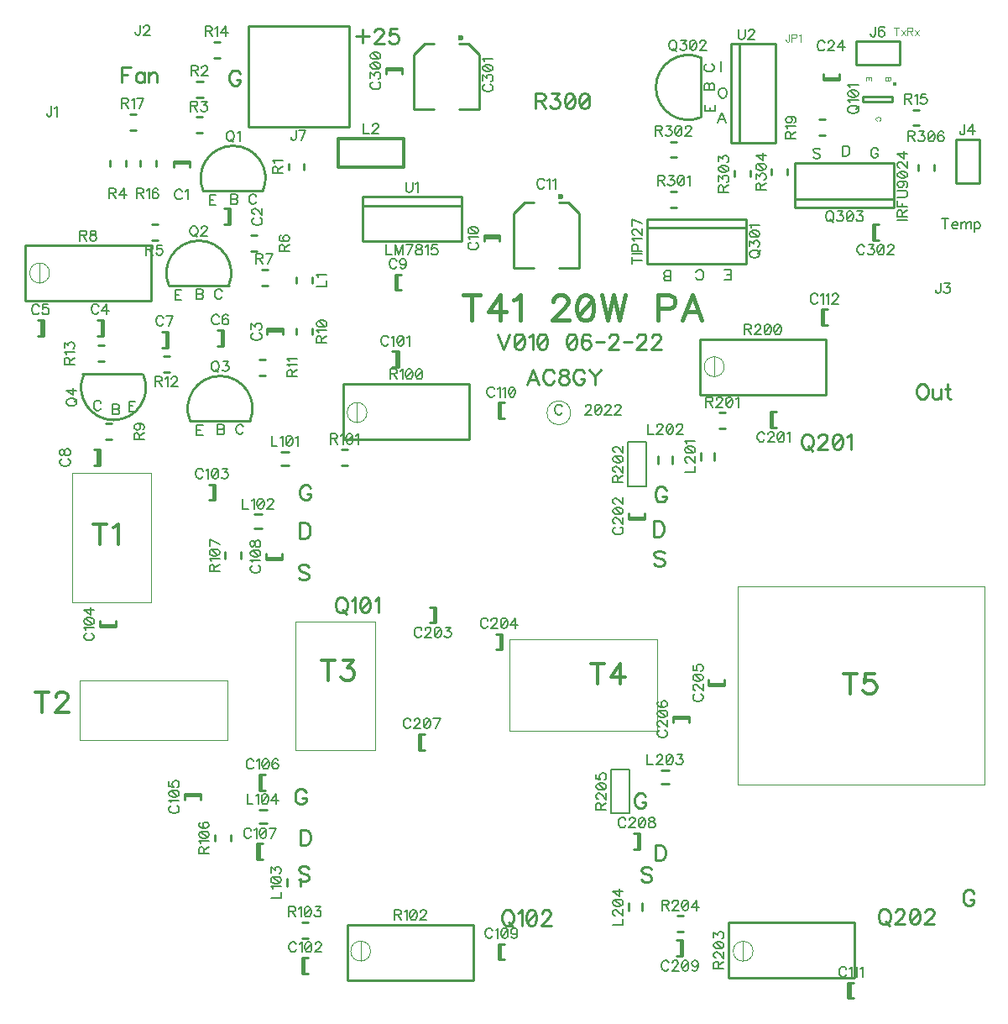
<source format=gbr>
G04 DipTrace 3.3.1.1*
G04 TopSilk.gbr*
%MOIN*%
G04 #@! TF.FileFunction,Legend,Top*
G04 #@! TF.Part,Single*
%ADD10C,0.009843*%
%ADD12C,0.003*%
%ADD22C,0.001312*%
%ADD25C,0.02362*%
%ADD32C,0.011811*%
%ADD41C,0.015404*%
%ADD46C,0.005*%
%ADD96C,0.006176*%
%ADD97C,0.012351*%
%ADD98C,0.009264*%
%ADD99C,0.015439*%
%ADD100C,0.004632*%
%ADD101C,0.003088*%
%FSLAX26Y26*%
G04*
G70*
G90*
G75*
G01*
G04 TopSilk*
%LPD*%
X1071735Y3771440D2*
D10*
X1134664D1*
X1071735Y3778888D2*
X1134664D1*
X1071735D2*
Y3755329D1*
X1134664Y3778888D2*
Y3755329D1*
X1288373Y3590597D2*
Y3527668D1*
X1295822Y3590597D2*
Y3527668D1*
Y3590597D2*
X1272263D1*
X1295822Y3527668D2*
X1272263D1*
X1443705Y3106316D2*
X1506634D1*
X1443705Y3113765D2*
X1506634D1*
X1443705D2*
Y3090206D1*
X1506634Y3113765D2*
Y3090206D1*
X785814Y3149467D2*
Y3086538D1*
X793262Y3149467D2*
Y3086538D1*
Y3149467D2*
X769703D1*
X793262Y3086538D2*
X769703D1*
X547881Y3147584D2*
Y3084655D1*
X555329Y3147584D2*
Y3084655D1*
Y3147584D2*
X531770D1*
X555329Y3084655D2*
X531770D1*
X1261823Y3107836D2*
Y3044907D1*
X1269272Y3107836D2*
Y3044907D1*
Y3107836D2*
X1245713D1*
X1269272Y3044907D2*
X1245713D1*
X1041665Y3102776D2*
Y3039846D1*
X1049114Y3102776D2*
Y3039846D1*
Y3102776D2*
X1025555D1*
X1049114Y3039846D2*
X1025555D1*
X770764Y2634474D2*
Y2571545D1*
X778213Y2634474D2*
Y2571545D1*
Y2634474D2*
X754654D1*
X778213Y2571545D2*
X754654D1*
X1958789Y3266709D2*
Y3329638D1*
X1951340Y3266709D2*
Y3329638D1*
Y3266709D2*
X1974899D1*
X1951340Y3329638D2*
X1974899D1*
X2304747Y3476472D2*
X2367676D1*
X2304747Y3483921D2*
X2367676D1*
X2304747D2*
Y3460362D1*
X2367676Y3483921D2*
Y3460362D1*
X2682446Y3355763D2*
X2601739Y3355731D1*
X2682446Y3355763D2*
Y3572268D1*
X2639130Y3615563D2*
X2682446Y3572268D1*
X2639130Y3615563D2*
X2601739D1*
X2503311Y3355731D2*
X2422604Y3355763D1*
Y3572268D1*
X2465919Y3615563D2*
X2422604Y3572268D1*
X2503311Y3615563D2*
X2465919D1*
D25*
X2609599Y3639218D3*
X3715486Y4107470D2*
D10*
X3652556D1*
X3715486Y4100021D2*
X3652556D1*
X3715486D2*
Y4123580D1*
X3652556Y4100021D2*
Y4123580D1*
X1957386Y3023890D2*
Y2960961D1*
X1964835Y3023890D2*
Y2960961D1*
Y3023890D2*
X1941276D1*
X1964835Y2960961D2*
X1941276D1*
X1591151Y555139D2*
Y618068D1*
X1583702Y555139D2*
Y618068D1*
Y555139D2*
X1607261D1*
X1583702Y618068D2*
X1607261D1*
X1229322Y2496530D2*
Y2433601D1*
X1236770Y2496530D2*
Y2433601D1*
Y2496530D2*
X1213211D1*
X1236770Y2433601D2*
X1213211D1*
X841825Y1937882D2*
X778896D1*
X841825Y1930433D2*
X778896D1*
X841825D2*
Y1953992D1*
X778896Y1930433D2*
Y1953992D1*
X1116810Y1260983D2*
X1179739D1*
X1116810Y1268432D2*
X1179739D1*
X1116810D2*
Y1244873D1*
X1179739Y1268432D2*
Y1244873D1*
X1420795Y1281356D2*
Y1344285D1*
X1413346Y1281356D2*
Y1344285D1*
Y1281356D2*
X1436906D1*
X1413346Y1344285D2*
X1436906D1*
X1411491Y1007235D2*
Y1070164D1*
X1404042Y1007235D2*
Y1070164D1*
Y1007235D2*
X1427601D1*
X1404042Y1070164D2*
X1427601D1*
X1503130Y2205703D2*
X1440201D1*
X1503130Y2198255D2*
X1440201D1*
X1503130D2*
Y2221814D1*
X1440201Y2198255D2*
Y2221814D1*
X2369657Y610146D2*
Y673075D1*
X2362209Y610146D2*
Y673075D1*
Y610146D2*
X2385768D1*
X2362209Y673075D2*
X2385768D1*
X2369499Y2757525D2*
Y2820454D1*
X2362050Y2757525D2*
Y2820454D1*
Y2757525D2*
X2385609D1*
X2362050Y2820454D2*
X2385609D1*
X3758188Y456571D2*
Y519500D1*
X3750739Y456571D2*
Y519500D1*
Y456571D2*
X3774298D1*
X3750739Y519500D2*
X3774298D1*
X3653388Y3127924D2*
Y3190853D1*
X3645940Y3127924D2*
Y3190853D1*
Y3127924D2*
X3669499D1*
X3645940Y3190853D2*
X3669499D1*
X3450966Y2722121D2*
Y2785050D1*
X3443517Y2722121D2*
Y2785050D1*
Y2722121D2*
X3467076D1*
X3443517Y2785050D2*
X3467076D1*
X2942785Y2366025D2*
X2879856D1*
X2942785Y2358576D2*
X2879856D1*
X2942785D2*
Y2382135D1*
X2879856Y2358576D2*
Y2382135D1*
X2105928Y2009508D2*
Y1946579D1*
X2113377Y2009508D2*
Y1946579D1*
Y2009508D2*
X2089818D1*
X2113377Y1946579D2*
X2089818D1*
X2369860Y1903214D2*
Y1840285D1*
X2377308Y1903214D2*
Y1840285D1*
Y1903214D2*
X2353749D1*
X2377308Y1840285D2*
X2353749D1*
X3260110Y1704630D2*
X3197181D1*
X3260110Y1697181D2*
X3197181D1*
X3260110D2*
Y1720740D1*
X3197181Y1697181D2*
Y1720740D1*
X3055762Y1568944D2*
X3118692D1*
X3055762Y1576392D2*
X3118692D1*
X3055762D2*
Y1552833D1*
X3118692Y1576392D2*
Y1552833D1*
X2053979Y1442795D2*
Y1505724D1*
X2046530Y1442795D2*
Y1505724D1*
Y1442795D2*
X2070089D1*
X2046530Y1505724D2*
X2070089D1*
X2916227Y1111852D2*
Y1048923D1*
X2923676Y1111852D2*
Y1048923D1*
Y1111852D2*
X2900117D1*
X2923676Y1048923D2*
X2900117D1*
X3086997Y687142D2*
Y624213D1*
X3094446Y687142D2*
Y624213D1*
Y687142D2*
X3070887D1*
X3094446Y624213D2*
X3070887D1*
X1916791Y4141797D2*
X1979720D1*
X1916791Y4149245D2*
X1979720D1*
X1916791D2*
Y4125686D1*
X1979720Y4149245D2*
Y4125686D1*
X2286255Y3985910D2*
X2205548Y3985878D1*
X2286255Y3985910D2*
Y4202415D1*
X2242939Y4245710D2*
X2286255Y4202415D1*
X2242939Y4245710D2*
X2205548D1*
X2107119Y3985878D2*
X2026412Y3985910D1*
Y4202415D1*
X2069728Y4245710D2*
X2026412Y4202415D1*
X2107119Y4245710D2*
X2069728D1*
D25*
X2213408Y4269365D3*
X3856354Y3465295D2*
D10*
Y3528224D1*
X3848906Y3465295D2*
Y3528224D1*
Y3465295D2*
X3872465D1*
X3848906Y3528224D2*
X3872465D1*
X4178118Y3866031D2*
X4272606D1*
Y3692803D1*
X4178118D1*
Y3866031D1*
X3955482Y4254492D2*
X3782253D1*
Y4160004D1*
X3955482D1*
Y4254492D1*
X1367971Y4315406D2*
X1767971D1*
Y3915406D1*
X1367971D1*
Y4315406D1*
X1559794Y3317373D2*
Y3293814D1*
X1622723Y3317373D2*
Y3293814D1*
X1725986Y3869453D2*
D32*
X1987402D1*
Y3754376D1*
X1725986D1*
Y3869453D1*
X1498576Y2570950D2*
D10*
X1530076D1*
X1498576Y2626068D2*
X1530076D1*
X1393087Y2322127D2*
X1424587D1*
X1393087Y2377245D2*
X1424587D1*
X1521835Y932680D2*
Y901180D1*
X1576953Y932680D2*
Y901180D1*
X1411535Y1150098D2*
X1443035D1*
X1411535Y1205217D2*
X1443035D1*
X3221098Y2591408D2*
Y2622908D1*
X3165980Y2591408D2*
Y2622908D1*
X3053033Y2578283D2*
Y2609783D1*
X2997915Y2578283D2*
Y2609783D1*
X3008738Y1306694D2*
X3040238D1*
X3008738Y1361812D2*
X3040238D1*
X2879396Y835041D2*
Y803541D1*
X2934514Y835041D2*
Y803541D1*
X1190233Y3660166D2*
G02X1427124Y3660596I118353J50772D01*
G01*
X1427561Y3660925D2*
X1191057Y3661001D1*
X1054175Y3283648D2*
G02X1291066Y3284078I118353J50772D01*
G01*
X1291504Y3284407D2*
X1055000Y3284483D1*
X1138749Y2746749D2*
G02X1375639Y2747179I118353J50772D01*
G01*
X1376077Y2747508D2*
X1139573Y2747584D1*
X952298Y2931021D2*
G02X715339Y2930599I-118390J-50785D01*
G01*
X947660Y2934632D2*
X711062Y2934705D1*
D41*
X3937089Y4084385D3*
X3927888Y4034242D2*
D10*
X3809783D1*
Y4014546D1*
X3927888D1*
Y4034242D1*
X2952314Y3549150D2*
X3346014D1*
Y3371984D1*
X2952314D1*
Y3549150D1*
Y3513717D2*
X3346014D1*
X3167474Y3952846D2*
G02X3167044Y4189736I-50772J118353D01*
G01*
X3166715Y4190174D2*
X3166639Y3953670D1*
X3933660Y3593739D2*
X3539959D1*
Y3770904D1*
X3933660D1*
Y3593739D1*
Y3629172D2*
X3539959D1*
X1528213Y3767490D2*
Y3743930D1*
X1591142Y3767490D2*
Y3743930D1*
X1164575Y4032143D2*
X1188134D1*
X1164575Y4095072D2*
X1188134D1*
X1162146Y3890738D2*
X1185705D1*
X1162146Y3953667D2*
X1185705D1*
X1001529Y3759064D2*
Y3782623D1*
X938600Y3759064D2*
Y3782623D1*
X1008497Y3526979D2*
X984938D1*
X1008497Y3464050D2*
X984938D1*
X1380589Y3422060D2*
X1404148D1*
X1380589Y3484990D2*
X1404148D1*
X1444953Y3348283D2*
X1421394D1*
X1444953Y3285354D2*
X1421394D1*
X983259Y3224025D2*
X483259D1*
Y3444497D1*
X983259D1*
Y3224025D1*
X827232Y2736894D2*
X803673D1*
X827232Y2673965D2*
X803673D1*
X1560062Y3114791D2*
Y3091232D1*
X1622991Y3114791D2*
Y3091232D1*
X1435900Y2990958D2*
X1412341D1*
X1435900Y2928029D2*
X1412341D1*
X1056369Y3004419D2*
X1032810D1*
X1056369Y2941490D2*
X1032810D1*
X796207Y3048400D2*
X772648D1*
X796207Y2985471D2*
X772648D1*
X1231437Y4188123D2*
X1254996D1*
X1231437Y4251052D2*
X1254996D1*
X4032583Y3982903D2*
X4009024D1*
X4032583Y3919974D2*
X4009024D1*
X3660463Y3944081D2*
X3636904D1*
X3660463Y3881152D2*
X3636904D1*
X2246996Y2674961D2*
X1746996D1*
Y2895433D1*
X2246996D1*
Y2674961D1*
X1739395Y2571240D2*
X1762954D1*
X1739395Y2634169D2*
X1762954D1*
X2263693Y528529D2*
X1763693D1*
Y749001D1*
X2263693D1*
Y528529D1*
X1606102Y757924D2*
X1582543D1*
X1606102Y694995D2*
X1582543D1*
X1235312Y1105533D2*
Y1081974D1*
X1298241Y1105533D2*
Y1081974D1*
X1277500Y2226671D2*
Y2203112D1*
X1340429Y2226671D2*
Y2203112D1*
X3662546Y2852199D2*
X3162546D1*
Y3072672D1*
X3662546D1*
Y2852199D1*
X3263008Y2779980D2*
X3239449D1*
X3263008Y2717051D2*
X3239449D1*
X2876190Y2488522D2*
D46*
X2951190D1*
Y2663522D1*
X2876190D1*
Y2488522D1*
X3776304Y538096D2*
D10*
X3276304D1*
Y758568D1*
X3776304D1*
Y538096D1*
X3097518Y783488D2*
X3073959D1*
X3097518Y720559D2*
X3073959D1*
X2809001Y1190774D2*
D46*
X2884001D1*
Y1365774D1*
X2809001D1*
Y1190774D1*
X3070676Y3659285D2*
D10*
X3047117D1*
X3070676Y3596356D2*
X3047117D1*
X3069709Y3856541D2*
X3046150D1*
X3069709Y3793612D2*
X3046150D1*
X3361928Y3716864D2*
Y3740423D1*
X3298999Y3716864D2*
Y3740423D1*
X3510361Y3725446D2*
Y3749005D1*
X3447432Y3725446D2*
Y3749005D1*
X4092333Y3740581D2*
Y3764140D1*
X4029404Y3740581D2*
Y3764140D1*
X1822350Y3637823D2*
X2216051D1*
Y3460657D1*
X1822350D1*
Y3637823D1*
Y3602390D2*
X2216051D1*
X3287365Y4244383D2*
X3464522D1*
Y3850682D1*
X3287365D1*
Y4244383D1*
X3320391D2*
Y3850682D1*
X882655Y3759060D2*
Y3782619D1*
X819726Y3759060D2*
Y3782619D1*
X921638Y3965954D2*
X898079D1*
X921638Y3903025D2*
X898079D1*
X3313081Y2092609D2*
D22*
X4291638D1*
Y1305207D1*
X3313081D1*
Y2092609D1*
X2405361Y1882180D2*
X2993991D1*
Y1518735D1*
X2405361D1*
Y1882180D1*
X1557042Y1952811D2*
X1872003D1*
Y1441000D1*
X1557042D1*
Y1952811D1*
X3294906Y643720D2*
G02X3294906Y643720I39370J0D01*
G01*
X3334276Y683091D2*
Y604350D1*
X3180182Y2963134D2*
G02X3180182Y2963134I39370J0D01*
G01*
X3219552Y3002504D2*
Y2923764D1*
X669440Y2541055D2*
X984400D1*
Y2029244D1*
X669440D1*
Y2541055D1*
X1775987Y644281D2*
G02X1775987Y644281I39370J0D01*
G01*
X1815357Y683651D2*
Y604911D1*
X698614Y1716719D2*
X1287244D1*
Y1480499D1*
X698614D1*
Y1716719D1*
X1761634Y2781253D2*
G02X1761634Y2781253I39370J0D01*
G01*
X1801004Y2820623D2*
Y2741883D1*
X2555391Y2780174D2*
D12*
G02X2555391Y2780174I46869J0D01*
G01*
X500895Y3334959D2*
D22*
G02X500895Y3334959I39370J0D01*
G01*
X540265Y3374329D2*
Y3295589D1*
X1106574Y3657377D2*
D96*
X1104673Y3661180D1*
X1100826Y3665027D1*
X1097024Y3666928D1*
X1089374D1*
X1085528Y3665027D1*
X1081725Y3661180D1*
X1079780Y3657377D1*
X1077878Y3651629D1*
Y3642034D1*
X1079780Y3636331D1*
X1081725Y3632484D1*
X1085528Y3628681D1*
X1089374Y3626736D1*
X1097024D1*
X1100826Y3628681D1*
X1104673Y3632484D1*
X1106574Y3636331D1*
X1118926Y3659234D2*
X1122773Y3661180D1*
X1128521Y3666884D1*
Y3626736D1*
X1393774Y3553907D2*
X1389971Y3552006D1*
X1386125Y3548159D1*
X1384223Y3544357D1*
Y3536708D1*
X1386124Y3532861D1*
X1389971Y3529058D1*
X1393774Y3527113D1*
X1399522Y3525212D1*
X1409117D1*
X1414820Y3527113D1*
X1418667Y3529058D1*
X1422470Y3532861D1*
X1424415Y3536708D1*
Y3544357D1*
X1422470Y3548159D1*
X1418667Y3552006D1*
X1414820Y3553907D1*
X1393818Y3568204D2*
X1391917D1*
X1388070Y3570106D1*
X1386169Y3572007D1*
X1384267Y3575854D1*
Y3583503D1*
X1386169Y3587305D1*
X1388070Y3589207D1*
X1391917Y3591152D1*
X1395719D1*
X1399566Y3589207D1*
X1405270Y3585404D1*
X1424415Y3566259D1*
Y3593053D1*
X1390708Y3096761D2*
X1386906Y3094859D1*
X1383059Y3091013D1*
X1381158Y3087210D1*
Y3079561D1*
X1383059Y3075714D1*
X1386906Y3071911D1*
X1390708Y3069966D1*
X1396456Y3068065D1*
X1406051D1*
X1411755Y3069966D1*
X1415602Y3071911D1*
X1419404Y3075714D1*
X1421350Y3079561D1*
Y3087210D1*
X1419404Y3091013D1*
X1415602Y3094859D1*
X1411755Y3096761D1*
X1381202Y3112959D2*
Y3133961D1*
X1396501Y3122509D1*
Y3128257D1*
X1398402Y3132060D1*
X1400303Y3133961D1*
X1406051Y3135907D1*
X1409854D1*
X1415602Y3133961D1*
X1419449Y3130159D1*
X1421350Y3124411D1*
Y3118662D1*
X1419449Y3112959D1*
X1417503Y3111057D1*
X1413701Y3109112D1*
X775307Y3202464D2*
X773406Y3206266D1*
X769559Y3210113D1*
X765757Y3212014D1*
X758107D1*
X754261Y3210113D1*
X750458Y3206266D1*
X748513Y3202464D1*
X746611Y3196716D1*
Y3187121D1*
X748513Y3181417D1*
X750458Y3177570D1*
X754261Y3173768D1*
X758107Y3171822D1*
X765757D1*
X769559Y3173768D1*
X773406Y3177570D1*
X775307Y3181417D1*
X806804Y3171822D2*
Y3211970D1*
X787659Y3185219D1*
X816355D1*
X538325Y3200580D2*
X536424Y3204383D1*
X532577Y3208230D1*
X528774Y3210131D1*
X521125D1*
X517278Y3208230D1*
X513476Y3204383D1*
X511530Y3200580D1*
X509629Y3194832D1*
Y3185238D1*
X511530Y3179534D1*
X513476Y3175687D1*
X517278Y3171884D1*
X521125Y3169939D1*
X528774D1*
X532577Y3171884D1*
X536424Y3175687D1*
X538325Y3179534D1*
X573624Y3210087D2*
X554523D1*
X552622Y3192887D1*
X554523Y3194788D1*
X560271Y3196734D1*
X565975D1*
X571723Y3194788D1*
X575570Y3190986D1*
X577471Y3185238D1*
Y3181435D1*
X575570Y3175687D1*
X571723Y3171840D1*
X565975Y3169939D1*
X560271D1*
X554523Y3171840D1*
X552622Y3173786D1*
X550676Y3177588D1*
X1253240Y3160832D2*
X1251339Y3164635D1*
X1247492Y3168482D1*
X1243689Y3170383D1*
X1236040D1*
X1232193Y3168482D1*
X1228391Y3164635D1*
X1226445Y3160832D1*
X1224544Y3155084D1*
Y3145490D1*
X1226445Y3139786D1*
X1228391Y3135939D1*
X1232193Y3132136D1*
X1236040Y3130191D1*
X1243689D1*
X1247492Y3132136D1*
X1251339Y3135939D1*
X1253240Y3139786D1*
X1288539Y3164635D2*
X1286638Y3168437D1*
X1280890Y3170339D1*
X1277087D1*
X1271339Y3168437D1*
X1267492Y3162689D1*
X1265591Y3153139D1*
Y3143588D1*
X1267492Y3135939D1*
X1271339Y3132092D1*
X1277087Y3130191D1*
X1278989D1*
X1284692Y3132092D1*
X1288539Y3135939D1*
X1290440Y3141687D1*
Y3143588D1*
X1288539Y3149336D1*
X1284692Y3153139D1*
X1278989Y3155040D1*
X1277087D1*
X1271339Y3153139D1*
X1267492Y3149336D1*
X1265591Y3143588D1*
X1032110Y3155772D2*
X1030208Y3159575D1*
X1026362Y3163421D1*
X1022559Y3165323D1*
X1014910D1*
X1011063Y3163421D1*
X1007260Y3159575D1*
X1005315Y3155772D1*
X1003414Y3150024D1*
Y3140429D1*
X1005315Y3134725D1*
X1007260Y3130879D1*
X1011063Y3127076D1*
X1014910Y3125131D1*
X1022559D1*
X1026362Y3127076D1*
X1030208Y3130879D1*
X1032110Y3134725D1*
X1052110Y3125131D2*
X1071256Y3165278D1*
X1044461D1*
X630791Y2597806D2*
X626989Y2595905D1*
X623142Y2592058D1*
X621240Y2588256D1*
Y2580606D1*
X623142Y2576760D1*
X626988Y2572957D1*
X630791Y2571012D1*
X636539Y2569110D1*
X646134D1*
X651838Y2571012D1*
X655684Y2572957D1*
X659487Y2576760D1*
X661433Y2580606D1*
Y2588256D1*
X659487Y2592058D1*
X655684Y2595905D1*
X651838Y2597806D1*
X621285Y2619708D2*
X623186Y2614004D1*
X626989Y2612059D1*
X630835D1*
X634638Y2614004D1*
X636583Y2617807D1*
X638485Y2625456D1*
X640386Y2631204D1*
X644233Y2635007D1*
X648035Y2636908D1*
X653783D1*
X657586Y2635007D1*
X659531Y2633106D1*
X661432Y2627358D1*
Y2619708D1*
X659531Y2614004D1*
X657586Y2612059D1*
X653783Y2610158D1*
X648035D1*
X644233Y2612059D1*
X640386Y2615906D1*
X638485Y2621610D1*
X636583Y2629259D1*
X634638Y2633106D1*
X630835Y2635007D1*
X626989D1*
X623186Y2633106D1*
X621285Y2627358D1*
Y2619708D1*
X1958845Y3382634D2*
X1956944Y3386437D1*
X1953097Y3390283D1*
X1949294Y3392185D1*
X1941645D1*
X1937798Y3390283D1*
X1933996Y3386437D1*
X1932050Y3382634D1*
X1930149Y3376886D1*
Y3367291D1*
X1932050Y3361588D1*
X1933996Y3357741D1*
X1937798Y3353938D1*
X1941645Y3351993D1*
X1949294D1*
X1953097Y3353938D1*
X1956944Y3357741D1*
X1958845Y3361588D1*
X1996090Y3378787D2*
X1994144Y3373039D1*
X1990342Y3369193D1*
X1984594Y3367291D1*
X1982692D1*
X1976944Y3369193D1*
X1973142Y3373039D1*
X1971196Y3378787D1*
Y3380689D1*
X1973142Y3386437D1*
X1976944Y3390239D1*
X1982692Y3392141D1*
X1984594D1*
X1990342Y3390239D1*
X1994144Y3386437D1*
X1996090Y3378787D1*
Y3369193D1*
X1994144Y3359642D1*
X1990342Y3353894D1*
X1984594Y3351993D1*
X1980791D1*
X1975043Y3353894D1*
X1973142Y3357741D1*
X2251750Y3455944D2*
X2247948Y3454042D1*
X2244101Y3450196D1*
X2242200Y3446393D1*
Y3438744D1*
X2244101Y3434897D1*
X2247948Y3431095D1*
X2251750Y3429149D1*
X2257498Y3427248D1*
X2267093D1*
X2272797Y3429149D1*
X2276644Y3431095D1*
X2280446Y3434897D1*
X2282392Y3438744D1*
Y3446393D1*
X2280446Y3450196D1*
X2276644Y3454042D1*
X2272797Y3455944D1*
X2249893Y3468295D2*
X2247948Y3472142D1*
X2242244Y3477890D1*
X2282392D1*
X2242244Y3501737D2*
X2244145Y3495989D1*
X2249893Y3492142D1*
X2259444Y3490241D1*
X2265192D1*
X2274742Y3492142D1*
X2280491Y3495989D1*
X2282392Y3501737D1*
Y3505540D1*
X2280491Y3511288D1*
X2274742Y3515090D1*
X2265192Y3517036D1*
X2259444D1*
X2249893Y3515090D1*
X2244145Y3511288D1*
X2242244Y3505540D1*
Y3501737D1*
X2249893Y3515090D2*
X2274742Y3492142D1*
X2544927Y3700049D2*
X2543025Y3703851D1*
X2539179Y3707698D1*
X2535376Y3709599D1*
X2527727D1*
X2523880Y3707698D1*
X2520078Y3703851D1*
X2518132Y3700049D1*
X2516231Y3694301D1*
Y3684706D1*
X2518132Y3679002D1*
X2520078Y3675155D1*
X2523880Y3671353D1*
X2527727Y3669407D1*
X2535376D1*
X2539179Y3671353D1*
X2543025Y3675155D1*
X2544927Y3679002D1*
X2557278Y3701906D2*
X2561125Y3703851D1*
X2566873Y3709555D1*
Y3669407D1*
X2579224Y3701906D2*
X2583071Y3703851D1*
X2588819Y3709555D1*
Y3669407D1*
X3658272Y4247443D2*
X3656371Y4251245D1*
X3652524Y4255092D1*
X3648722Y4256993D1*
X3641072D1*
X3637226Y4255092D1*
X3633423Y4251245D1*
X3631478Y4247443D1*
X3629576Y4241695D1*
Y4232100D1*
X3631478Y4226396D1*
X3633423Y4222549D1*
X3637226Y4218747D1*
X3641072Y4216801D1*
X3648722D1*
X3652524Y4218747D1*
X3656371Y4222549D1*
X3658272Y4226396D1*
X3672569Y4247398D2*
Y4249300D1*
X3674470Y4253146D1*
X3676372Y4255048D1*
X3680218Y4256949D1*
X3687868D1*
X3691670Y4255048D1*
X3693572Y4253146D1*
X3695517Y4249300D1*
Y4245497D1*
X3693572Y4241650D1*
X3689769Y4235947D1*
X3670624Y4216801D1*
X3697418D1*
X3728915D2*
Y4256949D1*
X3709770Y4230198D1*
X3738466D1*
X1925884Y3076886D2*
X1923983Y3080689D1*
X1920136Y3084535D1*
X1916333Y3086437D1*
X1908684D1*
X1904837Y3084535D1*
X1901035Y3080689D1*
X1899089Y3076886D1*
X1897188Y3071138D1*
Y3061543D1*
X1899089Y3055840D1*
X1901035Y3051993D1*
X1904837Y3048190D1*
X1908684Y3046245D1*
X1916333D1*
X1920136Y3048190D1*
X1923983Y3051993D1*
X1925884Y3055840D1*
X1938235Y3078743D2*
X1942082Y3080689D1*
X1947830Y3086393D1*
Y3046245D1*
X1971678Y3086393D2*
X1965929Y3084491D1*
X1962083Y3078743D1*
X1960181Y3069193D1*
Y3063445D1*
X1962083Y3053894D1*
X1965929Y3048146D1*
X1971678Y3046245D1*
X1975480D1*
X1981228Y3048146D1*
X1985031Y3053894D1*
X1986976Y3063445D1*
Y3069193D1*
X1985031Y3078743D1*
X1981228Y3084491D1*
X1975480Y3086393D1*
X1971678D1*
X1985031Y3078743D2*
X1962083Y3053894D1*
X1999328Y3078743D2*
X2003174Y3080689D1*
X2008922Y3086393D1*
Y3046245D1*
X1559710Y671065D2*
X1557809Y674867D1*
X1553962Y678714D1*
X1550160Y680615D1*
X1542511D1*
X1538664Y678714D1*
X1534861Y674867D1*
X1532916Y671065D1*
X1531014Y665317D1*
Y655722D1*
X1532916Y650018D1*
X1534861Y646171D1*
X1538664Y642369D1*
X1542511Y640423D1*
X1550160D1*
X1553962Y642369D1*
X1557809Y646171D1*
X1559710Y650018D1*
X1572062Y672922D2*
X1575909Y674867D1*
X1581657Y680571D1*
Y640423D1*
X1605504Y680571D2*
X1599756Y678670D1*
X1595909Y672922D1*
X1594008Y663371D1*
Y657623D1*
X1595909Y648073D1*
X1599756Y642324D1*
X1605504Y640423D1*
X1609307D1*
X1615055Y642324D1*
X1618857Y648073D1*
X1620803Y657623D1*
Y663371D1*
X1618857Y672922D1*
X1615055Y678670D1*
X1609307Y680571D1*
X1605504D1*
X1618857Y672922D2*
X1595909Y648073D1*
X1635100Y671020D2*
Y672922D1*
X1637001Y676768D1*
X1638902Y678670D1*
X1642749Y680571D1*
X1650398D1*
X1654201Y678670D1*
X1656102Y676768D1*
X1658047Y672922D1*
Y669119D1*
X1656102Y665272D1*
X1652299Y659569D1*
X1633154Y640423D1*
X1659949D1*
X1189220Y2549527D2*
X1187318Y2553329D1*
X1183472Y2557176D1*
X1179669Y2559077D1*
X1172020D1*
X1168173Y2557176D1*
X1164370Y2553329D1*
X1162425Y2549527D1*
X1160524Y2543779D1*
Y2534184D1*
X1162425Y2528480D1*
X1164370Y2524633D1*
X1168173Y2520831D1*
X1172020Y2518885D1*
X1179669D1*
X1183472Y2520831D1*
X1187318Y2524633D1*
X1189220Y2528480D1*
X1201571Y2551384D2*
X1205418Y2553329D1*
X1211166Y2559033D1*
Y2518885D1*
X1235013Y2559033D2*
X1229265Y2557132D1*
X1225418Y2551384D1*
X1223517Y2541833D1*
Y2536085D1*
X1225418Y2526534D1*
X1229265Y2520786D1*
X1235013Y2518885D1*
X1238816D1*
X1244564Y2520786D1*
X1248366Y2526534D1*
X1250312Y2536085D1*
Y2541833D1*
X1248366Y2551384D1*
X1244564Y2557132D1*
X1238816Y2559033D1*
X1235013D1*
X1248366Y2551384D2*
X1225418Y2526534D1*
X1266510Y2559033D2*
X1287512D1*
X1276061Y2543734D1*
X1281809D1*
X1285611Y2541833D1*
X1287512Y2539932D1*
X1289458Y2534184D1*
Y2530381D1*
X1287512Y2524633D1*
X1283710Y2520786D1*
X1277962Y2518885D1*
X1272214D1*
X1266510Y2520786D1*
X1264609Y2522732D1*
X1262663Y2526534D1*
X725900Y1905491D2*
X722097Y1903590D1*
X718251Y1899743D1*
X716349Y1895940D1*
Y1888291D1*
X718251Y1884444D1*
X722097Y1880642D1*
X725900Y1878696D1*
X731648Y1876795D1*
X741243D1*
X746947Y1878696D1*
X750793Y1880642D1*
X754596Y1884444D1*
X756541Y1888291D1*
Y1895940D1*
X754596Y1899743D1*
X750793Y1903590D1*
X746947Y1905491D1*
X724043Y1917842D2*
X722097Y1921689D1*
X716394Y1927437D1*
X756541D1*
X716394Y1951284D2*
X718295Y1945536D1*
X724043Y1941690D1*
X733594Y1939788D1*
X739342D1*
X748892Y1941690D1*
X754640Y1945536D1*
X756541Y1951284D1*
Y1955087D1*
X754640Y1960835D1*
X748892Y1964638D1*
X739342Y1966583D1*
X733594D1*
X724043Y1964638D1*
X718295Y1960835D1*
X716394Y1955087D1*
Y1951284D1*
X724043Y1964638D2*
X748892Y1941690D1*
X756541Y1998080D2*
X716394D1*
X743144Y1978934D1*
Y2007630D1*
X1063813Y1220881D2*
X1060011Y1218980D1*
X1056164Y1215133D1*
X1054263Y1211331D1*
Y1203681D1*
X1056164Y1199835D1*
X1060011Y1196032D1*
X1063813Y1194087D1*
X1069561Y1192185D1*
X1079156D1*
X1084860Y1194087D1*
X1088707Y1196032D1*
X1092509Y1199835D1*
X1094455Y1203681D1*
Y1211331D1*
X1092509Y1215133D1*
X1088707Y1218980D1*
X1084860Y1220881D1*
X1061956Y1233233D2*
X1060011Y1237079D1*
X1054307Y1242827D1*
X1094455D1*
X1054307Y1266675D2*
X1056208Y1260927D1*
X1061956Y1257080D1*
X1071507Y1255179D1*
X1077255D1*
X1086805Y1257080D1*
X1092554Y1260927D1*
X1094455Y1266675D1*
Y1270477D1*
X1092554Y1276225D1*
X1086805Y1280028D1*
X1077255Y1281973D1*
X1071507D1*
X1061956Y1280028D1*
X1056208Y1276225D1*
X1054307Y1270477D1*
Y1266675D1*
X1061956Y1280028D2*
X1086805Y1257080D1*
X1054307Y1317273D2*
Y1298171D1*
X1071507Y1296270D1*
X1069606Y1298171D1*
X1067660Y1303920D1*
Y1309623D1*
X1069606Y1315371D1*
X1073408Y1319218D1*
X1079156Y1321119D1*
X1082959D1*
X1088707Y1319218D1*
X1092553Y1315371D1*
X1094455Y1309623D1*
Y1303919D1*
X1092553Y1298171D1*
X1090608Y1296270D1*
X1086805Y1294325D1*
X1390328Y1397281D2*
X1388426Y1401084D1*
X1384580Y1404930D1*
X1380777Y1406832D1*
X1373128D1*
X1369281Y1404930D1*
X1365478Y1401084D1*
X1363533Y1397281D1*
X1361632Y1391533D1*
Y1381938D1*
X1363533Y1376235D1*
X1365478Y1372388D1*
X1369281Y1368585D1*
X1373128Y1366640D1*
X1380777D1*
X1384580Y1368585D1*
X1388426Y1372388D1*
X1390328Y1376235D1*
X1402679Y1399138D2*
X1406526Y1401084D1*
X1412274Y1406788D1*
Y1366640D1*
X1436121Y1406788D2*
X1430373Y1404886D1*
X1426526Y1399138D1*
X1424625Y1389588D1*
Y1383840D1*
X1426526Y1374289D1*
X1430373Y1368541D1*
X1436121Y1366640D1*
X1439924D1*
X1445672Y1368541D1*
X1449474Y1374289D1*
X1451420Y1383840D1*
Y1389588D1*
X1449474Y1399138D1*
X1445672Y1404886D1*
X1439924Y1406788D1*
X1436121D1*
X1449474Y1399138D2*
X1426526Y1374289D1*
X1486719Y1401084D2*
X1484818Y1404886D1*
X1479070Y1406788D1*
X1475267D1*
X1469519Y1404886D1*
X1465672Y1399138D1*
X1463771Y1389588D1*
Y1380037D1*
X1465672Y1372388D1*
X1469519Y1368541D1*
X1475267Y1366640D1*
X1477169D1*
X1482872Y1368541D1*
X1486719Y1372388D1*
X1488620Y1378136D1*
Y1380037D1*
X1486719Y1385785D1*
X1482872Y1389588D1*
X1477169Y1391489D1*
X1475267D1*
X1469519Y1389588D1*
X1465672Y1385785D1*
X1463771Y1380037D1*
X1380050Y1123160D2*
X1378149Y1126963D1*
X1374302Y1130810D1*
X1370500Y1132711D1*
X1362850D1*
X1359004Y1130810D1*
X1355201Y1126963D1*
X1353256Y1123160D1*
X1351354Y1117412D1*
Y1107818D1*
X1353256Y1102114D1*
X1355201Y1098267D1*
X1359004Y1094464D1*
X1362850Y1092519D1*
X1370500D1*
X1374302Y1094464D1*
X1378149Y1098267D1*
X1380050Y1102114D1*
X1392402Y1125017D2*
X1396248Y1126963D1*
X1401997Y1132667D1*
Y1092519D1*
X1425844Y1132667D2*
X1420096Y1130766D1*
X1416249Y1125017D1*
X1414348Y1115467D1*
Y1109719D1*
X1416249Y1100168D1*
X1420096Y1094420D1*
X1425844Y1092519D1*
X1429647D1*
X1435395Y1094420D1*
X1439197Y1100168D1*
X1441143Y1109719D1*
Y1115467D1*
X1439197Y1125017D1*
X1435395Y1130766D1*
X1429647Y1132667D1*
X1425844D1*
X1439197Y1125017D2*
X1416249Y1100168D1*
X1461143Y1092519D2*
X1480289Y1132667D1*
X1453494D1*
X1387204Y2174285D2*
X1383402Y2172384D1*
X1379555Y2168537D1*
X1377654Y2164735D1*
Y2157085D1*
X1379555Y2153239D1*
X1383402Y2149436D1*
X1387204Y2147490D1*
X1392952Y2145589D1*
X1402547D1*
X1408251Y2147490D1*
X1412098Y2149436D1*
X1415900Y2153239D1*
X1417846Y2157085D1*
Y2164735D1*
X1415900Y2168537D1*
X1412098Y2172384D1*
X1408251Y2174285D1*
X1385347Y2186637D2*
X1383402Y2190483D1*
X1377698Y2196231D1*
X1417846D1*
X1377698Y2220079D2*
X1379599Y2214331D1*
X1385347Y2210484D1*
X1394898Y2208583D1*
X1400646D1*
X1410197Y2210484D1*
X1415945Y2214331D1*
X1417846Y2220079D1*
Y2223881D1*
X1415945Y2229629D1*
X1410197Y2233432D1*
X1400646Y2235377D1*
X1394898D1*
X1385347Y2233432D1*
X1379599Y2229629D1*
X1377698Y2223881D1*
Y2220079D1*
X1385347Y2233432D2*
X1410197Y2210484D1*
X1377698Y2257279D2*
X1379599Y2251575D1*
X1383402Y2249630D1*
X1387249D1*
X1391051Y2251575D1*
X1392997Y2255378D1*
X1394898Y2263027D1*
X1396799Y2268775D1*
X1400646Y2272578D1*
X1404449Y2274479D1*
X1410197D1*
X1413999Y2272578D1*
X1415945Y2270677D1*
X1417846Y2264929D1*
Y2257279D1*
X1415945Y2251575D1*
X1413999Y2249630D1*
X1410197Y2247729D1*
X1404449D1*
X1400646Y2249630D1*
X1396799Y2253477D1*
X1394898Y2259181D1*
X1392997Y2266830D1*
X1391051Y2270677D1*
X1387249Y2272578D1*
X1383402D1*
X1379599Y2270677D1*
X1377698Y2264929D1*
Y2257279D1*
X2339168Y726071D2*
X2337266Y729874D1*
X2333420Y733720D1*
X2329617Y735622D1*
X2321968D1*
X2318121Y733720D1*
X2314318Y729874D1*
X2312373Y726071D1*
X2310472Y720323D1*
Y710728D1*
X2312373Y705025D1*
X2314318Y701178D1*
X2318121Y697375D1*
X2321968Y695430D1*
X2329617D1*
X2333420Y697375D1*
X2337266Y701178D1*
X2339168Y705025D1*
X2351519Y727928D2*
X2355366Y729874D1*
X2361114Y735578D1*
Y695430D1*
X2384961Y735578D2*
X2379213Y733676D1*
X2375366Y727928D1*
X2373465Y718378D1*
Y712630D1*
X2375366Y703079D1*
X2379213Y697331D1*
X2384961Y695430D1*
X2388764D1*
X2394512Y697331D1*
X2398314Y703079D1*
X2400260Y712630D1*
Y718378D1*
X2398314Y727928D1*
X2394512Y733676D1*
X2388764Y735578D1*
X2384961D1*
X2398314Y727928D2*
X2375366Y703079D1*
X2437505Y722224D2*
X2435559Y716476D1*
X2431757Y712630D1*
X2426009Y710728D1*
X2424107D1*
X2418359Y712630D1*
X2414557Y716476D1*
X2412611Y722224D1*
Y724126D1*
X2414557Y729874D1*
X2418359Y733676D1*
X2424107Y735578D1*
X2426009D1*
X2431757Y733676D1*
X2435559Y729874D1*
X2437505Y722224D1*
Y712630D1*
X2435559Y703079D1*
X2431757Y697331D1*
X2426009Y695430D1*
X2422206D1*
X2416458Y697331D1*
X2414557Y701178D1*
X2346658Y2873450D2*
X2344757Y2877253D1*
X2340910Y2881100D1*
X2337108Y2883001D1*
X2329458D1*
X2325612Y2881100D1*
X2321809Y2877253D1*
X2319863Y2873450D1*
X2317962Y2867702D1*
Y2858108D1*
X2319863Y2852404D1*
X2321809Y2848557D1*
X2325612Y2844755D1*
X2329458Y2842809D1*
X2337108D1*
X2340910Y2844755D1*
X2344757Y2848557D1*
X2346658Y2852404D1*
X2359010Y2875308D2*
X2362856Y2877253D1*
X2368604Y2882957D1*
Y2842809D1*
X2380956Y2875308D2*
X2384802Y2877253D1*
X2390551Y2882957D1*
Y2842809D1*
X2414398Y2882957D2*
X2408650Y2881056D1*
X2404803Y2875308D1*
X2402902Y2865757D1*
Y2860009D1*
X2404803Y2850458D1*
X2408650Y2844710D1*
X2414398Y2842809D1*
X2418201D1*
X2423949Y2844710D1*
X2427751Y2850458D1*
X2429697Y2860009D1*
Y2865757D1*
X2427751Y2875308D1*
X2423949Y2881056D1*
X2418201Y2882957D1*
X2414398D1*
X2427751Y2875308D2*
X2404803Y2850458D1*
X3743947Y572496D2*
X3742046Y576299D1*
X3738199Y580146D1*
X3734396Y582047D1*
X3726747D1*
X3722900Y580146D1*
X3719098Y576299D1*
X3717152Y572496D1*
X3715251Y566748D1*
Y557154D1*
X3717152Y551450D1*
X3719098Y547603D1*
X3722900Y543800D1*
X3726747Y541855D1*
X3734396D1*
X3738199Y543800D1*
X3742046Y547603D1*
X3743947Y551450D1*
X3756298Y574353D2*
X3760145Y576299D1*
X3765893Y582003D1*
Y541855D1*
X3778245Y574353D2*
X3782091Y576299D1*
X3787839Y582003D1*
Y541855D1*
X3800191Y574353D2*
X3804038Y576299D1*
X3809786Y582003D1*
Y541855D1*
X3630548Y3243849D2*
X3628647Y3247652D1*
X3624800Y3251499D1*
X3620997Y3253400D1*
X3613348D1*
X3609501Y3251499D1*
X3605699Y3247652D1*
X3603753Y3243849D1*
X3601852Y3238101D1*
Y3228507D1*
X3603753Y3222803D1*
X3605699Y3218956D1*
X3609501Y3215153D1*
X3613348Y3213208D1*
X3620997D1*
X3624800Y3215153D1*
X3628647Y3218956D1*
X3630548Y3222803D1*
X3642899Y3245706D2*
X3646746Y3247652D1*
X3652494Y3253356D1*
Y3213208D1*
X3664845Y3245706D2*
X3668692Y3247652D1*
X3674440Y3253356D1*
Y3213208D1*
X3688737Y3243805D2*
Y3245706D1*
X3690638Y3249553D1*
X3692540Y3251454D1*
X3696386Y3253356D1*
X3704036D1*
X3707838Y3251454D1*
X3709740Y3249553D1*
X3711685Y3245706D1*
Y3241904D1*
X3709740Y3238057D1*
X3705937Y3232353D1*
X3686792Y3213208D1*
X3713586D1*
X3419525Y2695035D2*
X3417624Y2698837D1*
X3413777Y2702684D1*
X3409975Y2704585D1*
X3402326D1*
X3398479Y2702684D1*
X3394676Y2698837D1*
X3392731Y2695035D1*
X3390829Y2689287D1*
Y2679692D1*
X3392731Y2673988D1*
X3394676Y2670141D1*
X3398479Y2666339D1*
X3402326Y2664393D1*
X3409975D1*
X3413777Y2666339D1*
X3417624Y2670141D1*
X3419525Y2673988D1*
X3433822Y2694990D2*
Y2696892D1*
X3435724Y2700739D1*
X3437625Y2702640D1*
X3441472Y2704541D1*
X3449121D1*
X3452923Y2702640D1*
X3454825Y2700739D1*
X3456770Y2696892D1*
Y2693089D1*
X3454825Y2689242D1*
X3451022Y2683539D1*
X3431877Y2664393D1*
X3458671D1*
X3482519Y2704541D2*
X3476771Y2702640D1*
X3472924Y2696892D1*
X3471023Y2687341D1*
Y2681593D1*
X3472924Y2672043D1*
X3476771Y2666295D1*
X3482519Y2664393D1*
X3486321D1*
X3492070Y2666295D1*
X3495872Y2672043D1*
X3497818Y2681593D1*
Y2687341D1*
X3495872Y2696892D1*
X3492070Y2702640D1*
X3486321Y2704541D1*
X3482519D1*
X3495872Y2696892D2*
X3472924Y2672043D1*
X3510169Y2696892D2*
X3514016Y2698837D1*
X3519764Y2704541D1*
Y2664393D1*
X2826859Y2325985D2*
X2823057Y2324083D1*
X2819210Y2320237D1*
X2817309Y2316434D1*
Y2308785D1*
X2819210Y2304938D1*
X2823057Y2301135D1*
X2826859Y2299190D1*
X2832607Y2297289D1*
X2842202D1*
X2847906Y2299190D1*
X2851753Y2301135D1*
X2855555Y2304938D1*
X2857501Y2308785D1*
Y2316434D1*
X2855555Y2320237D1*
X2851753Y2324083D1*
X2847906Y2325985D1*
X2826904Y2340281D2*
X2825002D1*
X2821156Y2342183D1*
X2819254Y2344084D1*
X2817353Y2347931D1*
Y2355580D1*
X2819254Y2359383D1*
X2821156Y2361284D1*
X2825002Y2363229D1*
X2828805D1*
X2832652Y2361284D1*
X2838355Y2357481D1*
X2857501Y2338336D1*
Y2365131D1*
X2817353Y2388978D2*
X2819254Y2383230D1*
X2825002Y2379383D1*
X2834553Y2377482D1*
X2840301D1*
X2849851Y2379383D1*
X2855599Y2383230D1*
X2857501Y2388978D1*
Y2392781D1*
X2855599Y2398529D1*
X2849851Y2402331D1*
X2840301Y2404277D1*
X2834553D1*
X2825002Y2402331D1*
X2819254Y2398529D1*
X2817353Y2392781D1*
Y2388978D1*
X2825002Y2402331D2*
X2849851Y2379383D1*
X2826904Y2418574D2*
X2825002D1*
X2821155Y2420475D1*
X2819254Y2422376D1*
X2817353Y2426223D1*
Y2433872D1*
X2819254Y2437675D1*
X2821155Y2439576D1*
X2825002Y2441521D1*
X2828805D1*
X2832652Y2439576D1*
X2838355Y2435773D1*
X2857501Y2416628D1*
Y2443423D1*
X2057226Y1919493D2*
X2055325Y1923295D1*
X2051478Y1927142D1*
X2047675Y1929043D1*
X2040026D1*
X2036179Y1927142D1*
X2032377Y1923295D1*
X2030431Y1919493D1*
X2028530Y1913745D1*
Y1904150D1*
X2030431Y1898446D1*
X2032377Y1894599D1*
X2036179Y1890797D1*
X2040026Y1888851D1*
X2047675D1*
X2051478Y1890797D1*
X2055325Y1894599D1*
X2057226Y1898446D1*
X2071523Y1919448D2*
Y1921350D1*
X2073424Y1925197D1*
X2075325Y1927098D1*
X2079172Y1928999D1*
X2086821D1*
X2090624Y1927098D1*
X2092525Y1925197D1*
X2094471Y1921350D1*
Y1917547D1*
X2092525Y1913700D1*
X2088723Y1907997D1*
X2069577Y1888851D1*
X2096372D1*
X2120220Y1928999D2*
X2114471Y1927098D1*
X2110625Y1921350D1*
X2108723Y1911799D1*
Y1906051D1*
X2110625Y1896501D1*
X2114471Y1890753D1*
X2120220Y1888851D1*
X2124022D1*
X2129770Y1890753D1*
X2133573Y1896501D1*
X2135518Y1906051D1*
Y1911799D1*
X2133573Y1921350D1*
X2129770Y1927098D1*
X2124022Y1928999D1*
X2120220D1*
X2133573Y1921350D2*
X2110625Y1896501D1*
X2151716Y1928999D2*
X2172719D1*
X2161267Y1913700D1*
X2167015D1*
X2170817Y1911799D1*
X2172719Y1909898D1*
X2174664Y1904150D1*
Y1900347D1*
X2172719Y1894599D1*
X2168916Y1890753D1*
X2163168Y1888851D1*
X2157420D1*
X2151716Y1890753D1*
X2149815Y1892698D1*
X2147870Y1896501D1*
X2320207Y1956210D2*
X2318306Y1960013D1*
X2314459Y1963860D1*
X2310657Y1965761D1*
X2303007D1*
X2299160Y1963860D1*
X2295358Y1960013D1*
X2293412Y1956210D1*
X2291511Y1950462D1*
Y1940867D1*
X2293412Y1935164D1*
X2295358Y1931317D1*
X2299160Y1927514D1*
X2303007Y1925569D1*
X2310657D1*
X2314459Y1927514D1*
X2318306Y1931317D1*
X2320207Y1935164D1*
X2334504Y1956166D2*
Y1958067D1*
X2336405Y1961914D1*
X2338307Y1963815D1*
X2342153Y1965717D1*
X2349803D1*
X2353605Y1963815D1*
X2355506Y1961914D1*
X2357452Y1958067D1*
Y1954265D1*
X2355506Y1950418D1*
X2351704Y1944714D1*
X2332559Y1925569D1*
X2359353D1*
X2383201Y1965717D2*
X2377453Y1963815D1*
X2373606Y1958067D1*
X2371705Y1948517D1*
Y1942769D1*
X2373606Y1933218D1*
X2377453Y1927470D1*
X2383201Y1925569D1*
X2387003D1*
X2392751Y1927470D1*
X2396554Y1933218D1*
X2398499Y1942769D1*
Y1948517D1*
X2396554Y1958067D1*
X2392751Y1963815D1*
X2387003Y1965717D1*
X2383201D1*
X2396554Y1958067D2*
X2373606Y1933218D1*
X2429996Y1925569D2*
Y1965717D1*
X2410851Y1938966D1*
X2439547D1*
X3144185Y1664590D2*
X3140382Y1662688D1*
X3136535Y1658842D1*
X3134634Y1655039D1*
Y1647390D1*
X3136535Y1643543D1*
X3140382Y1639740D1*
X3144185Y1637795D1*
X3149933Y1635894D1*
X3159528D1*
X3165231Y1637795D1*
X3169078Y1639740D1*
X3172881Y1643543D1*
X3174826Y1647390D1*
Y1655039D1*
X3172881Y1658842D1*
X3169078Y1662688D1*
X3165231Y1664590D1*
X3144229Y1678886D2*
X3142328D1*
X3138481Y1680788D1*
X3136580Y1682689D1*
X3134678Y1686536D1*
Y1694185D1*
X3136580Y1697988D1*
X3138481Y1699889D1*
X3142328Y1701834D1*
X3146130D1*
X3149977Y1699889D1*
X3155681Y1696086D1*
X3174826Y1676941D1*
Y1703736D1*
X3134678Y1727583D2*
X3136580Y1721835D1*
X3142328Y1717988D1*
X3151878Y1716087D1*
X3157626D1*
X3167177Y1717988D1*
X3172925Y1721835D1*
X3174826Y1727583D1*
Y1731386D1*
X3172925Y1737134D1*
X3167177Y1740936D1*
X3157626Y1742882D1*
X3151878D1*
X3142328Y1740936D1*
X3136580Y1737134D1*
X3134678Y1731386D1*
Y1727583D1*
X3142328Y1740936D2*
X3167177Y1717988D1*
X3134678Y1778181D2*
Y1759080D1*
X3151878Y1757179D1*
X3149977Y1759080D1*
X3148032Y1764828D1*
Y1770532D1*
X3149977Y1776280D1*
X3153780Y1780126D1*
X3159528Y1782028D1*
X3163330D1*
X3169078Y1780126D1*
X3172925Y1776280D1*
X3174826Y1770532D1*
Y1764828D1*
X3172925Y1759080D1*
X3170979Y1757179D1*
X3167177Y1755233D1*
X3002766Y1521215D2*
X2998964Y1519313D1*
X2995117Y1515467D1*
X2993216Y1511664D1*
Y1504015D1*
X2995117Y1500168D1*
X2998964Y1496365D1*
X3002766Y1494420D1*
X3008514Y1492519D1*
X3018109D1*
X3023813Y1494420D1*
X3027659Y1496365D1*
X3031462Y1500168D1*
X3033408Y1504015D1*
Y1511664D1*
X3031462Y1515466D1*
X3027660Y1519313D1*
X3023813Y1521215D1*
X3002810Y1535511D2*
X3000909D1*
X2997062Y1537413D1*
X2995161Y1539314D1*
X2993260Y1543161D1*
Y1550810D1*
X2995161Y1554613D1*
X2997062Y1556514D1*
X3000909Y1558459D1*
X3004712D1*
X3008558Y1556514D1*
X3014262Y1552711D1*
X3033408Y1533566D1*
Y1560361D1*
X2993260Y1584208D2*
X2995161Y1578460D1*
X3000909Y1574613D1*
X3010460Y1572712D1*
X3016208D1*
X3025758Y1574613D1*
X3031506Y1578460D1*
X3033408Y1584208D1*
Y1588011D1*
X3031506Y1593759D1*
X3025758Y1597561D1*
X3016208Y1599507D1*
X3010460D1*
X3000909Y1597561D1*
X2995161Y1593759D1*
X2993260Y1588011D1*
Y1584208D1*
X3000909Y1597561D2*
X3025758Y1574613D1*
X2998964Y1634806D2*
X2995161Y1632905D1*
X2993260Y1627157D1*
Y1623354D1*
X2995161Y1617606D1*
X3000909Y1613759D1*
X3010460Y1611858D1*
X3020010D1*
X3027659Y1613759D1*
X3031506Y1617606D1*
X3033408Y1623354D1*
Y1625255D1*
X3031506Y1630959D1*
X3027659Y1634806D1*
X3021911Y1636707D1*
X3020010D1*
X3014262Y1634806D1*
X3010460Y1630959D1*
X3008558Y1625255D1*
Y1623354D1*
X3010460Y1617606D1*
X3014262Y1613759D1*
X3020010Y1611858D1*
X2013939Y1558721D2*
X2012037Y1562523D1*
X2008191Y1566370D1*
X2004388Y1568271D1*
X1996739D1*
X1992892Y1566370D1*
X1989089Y1562523D1*
X1987144Y1558721D1*
X1985243Y1552973D1*
Y1543378D1*
X1987144Y1537674D1*
X1989089Y1533827D1*
X1992892Y1530025D1*
X1996739Y1528079D1*
X2004388D1*
X2008191Y1530025D1*
X2012037Y1533827D1*
X2013939Y1537674D1*
X2028235Y1558677D2*
Y1560578D1*
X2030137Y1564425D1*
X2032038Y1566326D1*
X2035885Y1568227D1*
X2043534D1*
X2047337Y1566326D1*
X2049238Y1564425D1*
X2051183Y1560578D1*
Y1556775D1*
X2049238Y1552929D1*
X2045435Y1547225D1*
X2026290Y1528079D1*
X2053085D1*
X2076932Y1568227D2*
X2071184Y1566326D1*
X2067337Y1560578D1*
X2065436Y1551027D1*
Y1545279D1*
X2067337Y1535729D1*
X2071184Y1529981D1*
X2076932Y1528079D1*
X2080735D1*
X2086483Y1529981D1*
X2090285Y1535729D1*
X2092231Y1545279D1*
Y1551027D1*
X2090285Y1560578D1*
X2086483Y1566326D1*
X2080735Y1568227D1*
X2076932D1*
X2090285Y1560578D2*
X2067337Y1535729D1*
X2112231Y1528079D2*
X2131377Y1568227D1*
X2104582D1*
X2867547Y1164848D2*
X2865646Y1168651D1*
X2861799Y1172497D1*
X2857997Y1174399D1*
X2850347D1*
X2846501Y1172497D1*
X2842698Y1168651D1*
X2840753Y1164848D1*
X2838851Y1159100D1*
Y1149505D1*
X2840753Y1143801D1*
X2842698Y1139955D1*
X2846501Y1136152D1*
X2850347Y1134207D1*
X2857997D1*
X2861799Y1136152D1*
X2865646Y1139955D1*
X2867547Y1143801D1*
X2881844Y1164804D2*
Y1166705D1*
X2883745Y1170552D1*
X2885647Y1172453D1*
X2889493Y1174354D1*
X2897143D1*
X2900945Y1172453D1*
X2902847Y1170552D1*
X2904792Y1166705D1*
Y1162903D1*
X2902847Y1159056D1*
X2899044Y1153352D1*
X2879899Y1134207D1*
X2906693D1*
X2930541Y1174354D2*
X2924793Y1172453D1*
X2920946Y1166705D1*
X2919045Y1157155D1*
Y1151407D1*
X2920946Y1141856D1*
X2924793Y1136108D1*
X2930541Y1134207D1*
X2934343D1*
X2940091Y1136108D1*
X2943894Y1141856D1*
X2945839Y1151407D1*
Y1157155D1*
X2943894Y1166705D1*
X2940091Y1172453D1*
X2934343Y1174354D1*
X2930541D1*
X2943894Y1166705D2*
X2920946Y1141856D1*
X2967741Y1174354D2*
X2962038Y1172453D1*
X2960092Y1168651D1*
Y1164804D1*
X2962038Y1161001D1*
X2965840Y1159056D1*
X2973489Y1157155D1*
X2979237Y1155253D1*
X2983040Y1151407D1*
X2984941Y1147604D1*
Y1141856D1*
X2983040Y1138053D1*
X2981139Y1136108D1*
X2975391Y1134207D1*
X2967741D1*
X2962038Y1136108D1*
X2960092Y1138053D1*
X2958191Y1141856D1*
Y1147604D1*
X2960092Y1151407D1*
X2963939Y1155253D1*
X2969643Y1157155D1*
X2977292Y1159056D1*
X2981139Y1161001D1*
X2983040Y1164804D1*
Y1168651D1*
X2981139Y1172453D1*
X2975391Y1174354D1*
X2967741D1*
X3039246Y597127D2*
X3037345Y600929D1*
X3033498Y604776D1*
X3029696Y606677D1*
X3022046D1*
X3018200Y604776D1*
X3014397Y600929D1*
X3012452Y597127D1*
X3010550Y591379D1*
Y581784D1*
X3012452Y576080D1*
X3014397Y572233D1*
X3018200Y568431D1*
X3022046Y566485D1*
X3029696D1*
X3033498Y568431D1*
X3037345Y572233D1*
X3039246Y576080D1*
X3053543Y597082D2*
Y598984D1*
X3055444Y602830D1*
X3057346Y604732D1*
X3061192Y606633D1*
X3068842D1*
X3072644Y604732D1*
X3074545Y602830D1*
X3076491Y598984D1*
Y595181D1*
X3074545Y591334D1*
X3070743Y585631D1*
X3051598Y566485D1*
X3078392D1*
X3102240Y606633D2*
X3096492Y604732D1*
X3092645Y598984D1*
X3090744Y589433D1*
Y583685D1*
X3092645Y574134D1*
X3096492Y568386D1*
X3102240Y566485D1*
X3106042D1*
X3111790Y568386D1*
X3115593Y574134D1*
X3117538Y583685D1*
Y589433D1*
X3115593Y598984D1*
X3111790Y604732D1*
X3106042Y606633D1*
X3102240D1*
X3115593Y598984D2*
X3092645Y574134D1*
X3154783Y593280D2*
X3152838Y587532D1*
X3149035Y583685D1*
X3143287Y581784D1*
X3141386D1*
X3135638Y583685D1*
X3131835Y587532D1*
X3129890Y593280D1*
Y595181D1*
X3131835Y600929D1*
X3135638Y604732D1*
X3141386Y606633D1*
X3143287D1*
X3149035Y604732D1*
X3152838Y600929D1*
X3154783Y593280D1*
Y583685D1*
X3152838Y574134D1*
X3149035Y568386D1*
X3143287Y566485D1*
X3139484D1*
X3133736Y568386D1*
X3131835Y572233D1*
X1863795Y4093095D2*
X1859992Y4091194D1*
X1856146Y4087347D1*
X1854244Y4083544D1*
Y4075895D1*
X1856146Y4072048D1*
X1859992Y4068246D1*
X1863795Y4066300D1*
X1869543Y4064399D1*
X1879138D1*
X1884842Y4066300D1*
X1888688Y4068246D1*
X1892491Y4072048D1*
X1894436Y4075895D1*
Y4083544D1*
X1892491Y4087347D1*
X1888688Y4091194D1*
X1884842Y4093095D1*
X1854289Y4109293D2*
Y4130295D1*
X1869587Y4118844D1*
Y4124592D1*
X1871489Y4128394D1*
X1873390Y4130295D1*
X1879138Y4132241D1*
X1882940D1*
X1888688Y4130295D1*
X1892535Y4126493D1*
X1894436Y4120745D1*
Y4114997D1*
X1892535Y4109293D1*
X1890590Y4107392D1*
X1886787Y4105446D1*
X1854289Y4156088D2*
X1856190Y4150340D1*
X1861938Y4146494D1*
X1871489Y4144592D1*
X1877237D1*
X1886787Y4146493D1*
X1892535Y4150340D1*
X1894436Y4156088D1*
Y4159891D1*
X1892535Y4165639D1*
X1886787Y4169441D1*
X1877237Y4171387D1*
X1871489D1*
X1861938Y4169441D1*
X1856190Y4165639D1*
X1854289Y4159891D1*
Y4156088D1*
X1861938Y4169441D2*
X1886787Y4146493D1*
X1854289Y4195234D2*
X1856190Y4189486D1*
X1861938Y4185640D1*
X1871489Y4183738D1*
X1877237D1*
X1886787Y4185640D1*
X1892535Y4189486D1*
X1894436Y4195234D1*
Y4199037D1*
X1892535Y4204785D1*
X1886787Y4208587D1*
X1877237Y4210533D1*
X1871489D1*
X1861938Y4208587D1*
X1856190Y4204785D1*
X1854289Y4199037D1*
Y4195234D1*
X1861938Y4208587D2*
X1886787Y4185640D1*
X2309372Y4083487D2*
X2305570Y4081586D1*
X2301723Y4077739D1*
X2299822Y4073937D1*
Y4066288D1*
X2301723Y4062441D1*
X2305570Y4058638D1*
X2309372Y4056693D1*
X2315120Y4054792D1*
X2324715D1*
X2330419Y4056693D1*
X2334266Y4058638D1*
X2338068Y4062441D1*
X2340014Y4066288D1*
Y4073937D1*
X2338068Y4077739D1*
X2334266Y4081586D1*
X2330419Y4083487D1*
X2299866Y4099686D2*
Y4120688D1*
X2315164Y4109236D1*
Y4114984D1*
X2317066Y4118787D1*
X2318967Y4120688D1*
X2324715Y4122633D1*
X2328518D1*
X2334266Y4120688D1*
X2338112Y4116885D1*
X2340014Y4111137D1*
Y4105389D1*
X2338112Y4099686D1*
X2336167Y4097784D1*
X2332364Y4095839D1*
X2299866Y4146481D2*
X2301767Y4140733D1*
X2307515Y4136886D1*
X2317066Y4134985D1*
X2322814D1*
X2332364Y4136886D1*
X2338112Y4140733D1*
X2340014Y4146481D1*
Y4150283D1*
X2338112Y4156031D1*
X2332364Y4159834D1*
X2322814Y4161779D1*
X2317066D1*
X2307515Y4159834D1*
X2301767Y4156031D1*
X2299866Y4150283D1*
Y4146481D1*
X2307515Y4159834D2*
X2332364Y4136886D1*
X2307515Y4174131D2*
X2305570Y4177978D1*
X2299866Y4183726D1*
X2340014D1*
X3816314Y3438209D2*
X3814413Y3442012D1*
X3810566Y3445859D1*
X3806763Y3447760D1*
X3799114D1*
X3795267Y3445859D1*
X3791465Y3442012D1*
X3789519Y3438209D1*
X3787618Y3432461D1*
Y3422866D1*
X3789519Y3417163D1*
X3791465Y3413316D1*
X3795267Y3409513D1*
X3799114Y3407568D1*
X3806763D1*
X3810566Y3409513D1*
X3814413Y3413316D1*
X3816314Y3417163D1*
X3832512Y3447716D2*
X3853514D1*
X3842063Y3432417D1*
X3847811D1*
X3851613Y3430516D1*
X3853514Y3428614D1*
X3855460Y3422866D1*
Y3419064D1*
X3853514Y3413316D1*
X3849712Y3409469D1*
X3843964Y3407568D1*
X3838216D1*
X3832512Y3409469D1*
X3830611Y3411415D1*
X3828665Y3415217D1*
X3879307Y3447716D2*
X3873559Y3445814D1*
X3869713Y3440066D1*
X3867811Y3430516D1*
Y3424768D1*
X3869713Y3415217D1*
X3873559Y3409469D1*
X3879307Y3407568D1*
X3883110D1*
X3888858Y3409469D1*
X3892661Y3415217D1*
X3894606Y3424768D1*
Y3430516D1*
X3892661Y3440066D1*
X3888858Y3445814D1*
X3883110Y3447716D1*
X3879307D1*
X3892661Y3440066D2*
X3869713Y3415217D1*
X3908903Y3438165D2*
Y3440066D1*
X3910804Y3443913D1*
X3912705Y3445814D1*
X3916552Y3447716D1*
X3924202D1*
X3928004Y3445814D1*
X3929905Y3443913D1*
X3931851Y3440066D1*
Y3436264D1*
X3929905Y3432417D1*
X3926103Y3426713D1*
X3906957Y3407568D1*
X3933752D1*
X587833Y3996594D2*
Y3965997D1*
X585932Y3960249D1*
X583986Y3958348D1*
X580184Y3956402D1*
X576337D1*
X572535Y3958348D1*
X570633Y3960249D1*
X568688Y3965997D1*
Y3969800D1*
X600185Y3988901D2*
X604031Y3990846D1*
X609779Y3996550D1*
Y3956402D1*
X939836Y4318149D2*
Y4287552D1*
X937934Y4281804D1*
X935989Y4279903D1*
X932186Y4277957D1*
X928340D1*
X924537Y4279903D1*
X922636Y4281804D1*
X920690Y4287552D1*
Y4291355D1*
X954132Y4308555D2*
Y4310456D1*
X956034Y4314303D1*
X957935Y4316204D1*
X961782Y4318105D1*
X969431D1*
X973234Y4316204D1*
X975135Y4314303D1*
X977080Y4310456D1*
Y4306653D1*
X975135Y4302807D1*
X971332Y4297103D1*
X952187Y4277957D1*
X978982D1*
X4118361Y3294863D2*
Y3264266D1*
X4116459Y3258518D1*
X4114514Y3256617D1*
X4110711Y3254671D1*
X4106864D1*
X4103062Y3256617D1*
X4101161Y3258518D1*
X4099215Y3264266D1*
Y3268069D1*
X4134559Y3294819D2*
X4155561D1*
X4144109Y3279520D1*
X4149857D1*
X4153660Y3277619D1*
X4155561Y3275718D1*
X4157507Y3269970D1*
Y3266167D1*
X4155561Y3260419D1*
X4151759Y3256573D1*
X4146011Y3254671D1*
X4140263D1*
X4134559Y3256573D1*
X4132657Y3258518D1*
X4130712Y3262321D1*
X4214411Y3924610D2*
Y3894013D1*
X4212510Y3888265D1*
X4210564Y3886363D1*
X4206762Y3884418D1*
X4202915D1*
X4199113Y3886363D1*
X4197211Y3888265D1*
X4195266Y3894013D1*
Y3897815D1*
X4245908Y3884418D2*
Y3924566D1*
X4226763Y3897815D1*
X4255459D1*
X3859840Y4313071D2*
Y4282473D1*
X3857939Y4276725D1*
X3855993Y4274824D1*
X3852191Y4272879D1*
X3848344D1*
X3844541Y4274824D1*
X3842640Y4276725D1*
X3840694Y4282473D1*
Y4286276D1*
X3895139Y4307323D2*
X3893238Y4311125D1*
X3887490Y4313026D1*
X3883687D1*
X3877939Y4311125D1*
X3874093Y4305377D1*
X3872191Y4295826D1*
Y4286276D1*
X3874093Y4278627D1*
X3877939Y4274780D1*
X3883687Y4272879D1*
X3885589D1*
X3891292Y4274780D1*
X3895139Y4278627D1*
X3897040Y4284375D1*
Y4286276D1*
X3895139Y4292024D1*
X3891292Y4295826D1*
X3885589Y4297728D1*
X3883687D1*
X3877939Y4295826D1*
X3874093Y4292024D1*
X3872191Y4286276D1*
X1557971Y3901839D2*
Y3871241D1*
X1556070Y3865493D1*
X1554124Y3863592D1*
X1550321Y3861647D1*
X1546475D1*
X1542672Y3863592D1*
X1540771Y3865493D1*
X1538825Y3871241D1*
Y3875044D1*
X1577971Y3861647D2*
X1597117Y3901794D1*
X1570322D1*
X1640259Y3283146D2*
X1680451D1*
Y3306094D1*
X1647952Y3318446D2*
X1646007Y3322292D1*
X1640303Y3328040D1*
X1680451D1*
X1825647Y3928032D2*
Y3887840D1*
X1848595D1*
X1862892Y3918437D2*
Y3920338D1*
X1864793Y3924185D1*
X1866695Y3926086D1*
X1870541Y3927988D1*
X1878191D1*
X1881993Y3926086D1*
X1883894Y3924185D1*
X1885840Y3920338D1*
Y3916536D1*
X1883894Y3912689D1*
X1880092Y3906985D1*
X1860947Y3887840D1*
X1887741D1*
X1461357Y2688615D2*
Y2648423D1*
X1484305D1*
X1496657Y2680922D2*
X1500503Y2682867D1*
X1506251Y2688571D1*
Y2648423D1*
X1530099Y2688571D2*
X1524351Y2686670D1*
X1520504Y2680922D1*
X1518603Y2671371D1*
Y2665623D1*
X1520504Y2656073D1*
X1524351Y2650324D1*
X1530099Y2648423D1*
X1533901D1*
X1539649Y2650324D1*
X1543452Y2656073D1*
X1545397Y2665623D1*
Y2671371D1*
X1543452Y2680922D1*
X1539649Y2686670D1*
X1533901Y2688571D1*
X1530099D1*
X1543452Y2680922D2*
X1520504Y2656073D1*
X1557749Y2680922D2*
X1561596Y2682867D1*
X1567344Y2688571D1*
Y2648423D1*
X1347269Y2439792D2*
Y2399600D1*
X1370217D1*
X1382568Y2432099D2*
X1386415Y2434044D1*
X1392163Y2439748D1*
Y2399600D1*
X1416011Y2439748D2*
X1410263Y2437847D1*
X1406416Y2432099D1*
X1404515Y2422548D1*
Y2416800D1*
X1406416Y2407250D1*
X1410263Y2401502D1*
X1416011Y2399600D1*
X1419813D1*
X1425561Y2401502D1*
X1429364Y2407250D1*
X1431309Y2416800D1*
Y2422548D1*
X1429364Y2432099D1*
X1425561Y2437847D1*
X1419813Y2439748D1*
X1416011D1*
X1429364Y2432099D2*
X1406416Y2407250D1*
X1445606Y2430198D2*
Y2432099D1*
X1447507Y2435946D1*
X1449409Y2437847D1*
X1453255Y2439748D1*
X1460905D1*
X1464707Y2437847D1*
X1466609Y2435946D1*
X1468554Y2432099D1*
Y2428296D1*
X1466609Y2424450D1*
X1462806Y2418746D1*
X1443661Y2399600D1*
X1470455D1*
X1459351Y855313D2*
X1499543D1*
Y878260D1*
X1467044Y890612D2*
X1465099Y894459D1*
X1459395Y900207D1*
X1499543D1*
X1459395Y924054D2*
X1461296Y918306D1*
X1467044Y914459D1*
X1476595Y912558D1*
X1482343D1*
X1491893Y914459D1*
X1497641Y918306D1*
X1499543Y924054D1*
Y927857D1*
X1497641Y933605D1*
X1491893Y937407D1*
X1482343Y939353D1*
X1476595D1*
X1467044Y937407D1*
X1461296Y933605D1*
X1459395Y927857D1*
Y924054D1*
X1467044Y937407D2*
X1491893Y914459D1*
X1459395Y955551D2*
Y976553D1*
X1474694Y965101D1*
Y970849D1*
X1476595Y974652D1*
X1478496Y976553D1*
X1484244Y978499D1*
X1488047D1*
X1493795Y976553D1*
X1497641Y972751D1*
X1499543Y967003D1*
Y961255D1*
X1497641Y955551D1*
X1495696Y953649D1*
X1491893Y951704D1*
X1364766Y1267764D2*
Y1227571D1*
X1387714D1*
X1400065Y1260070D2*
X1403912Y1262015D1*
X1409660Y1267719D1*
Y1227571D1*
X1433508Y1267719D2*
X1427759Y1265818D1*
X1423913Y1260070D1*
X1422011Y1250519D1*
Y1244771D1*
X1423913Y1235221D1*
X1427759Y1229473D1*
X1433508Y1227571D1*
X1437310D1*
X1443058Y1229473D1*
X1446861Y1235221D1*
X1448806Y1244771D1*
Y1250519D1*
X1446861Y1260070D1*
X1443058Y1265818D1*
X1437310Y1267719D1*
X1433508D1*
X1446861Y1260070D2*
X1423913Y1235221D1*
X1480303Y1227571D2*
Y1267719D1*
X1461158Y1240969D1*
X1489853D1*
X3103433Y2545589D2*
X3143625D1*
Y2568537D1*
X3113028Y2582834D2*
X3111127D1*
X3107280Y2584735D1*
X3105379Y2586637D1*
X3103478Y2590483D1*
Y2598133D1*
X3105379Y2601935D1*
X3107280Y2603837D1*
X3111127Y2605782D1*
X3114929D1*
X3118776Y2603837D1*
X3124480Y2600034D1*
X3143625Y2580889D1*
Y2607683D1*
X3103478Y2631531D2*
X3105379Y2625783D1*
X3111127Y2621936D1*
X3120677Y2620035D1*
X3126426D1*
X3135976Y2621936D1*
X3141724Y2625783D1*
X3143625Y2631531D1*
Y2635333D1*
X3141724Y2641081D1*
X3135976Y2644884D1*
X3126426Y2646829D1*
X3120677D1*
X3111127Y2644884D1*
X3105379Y2641081D1*
X3103478Y2635333D1*
Y2631531D1*
X3111127Y2644884D2*
X3135976Y2621936D1*
X3111127Y2659181D2*
X3109181Y2663028D1*
X3103478Y2668776D1*
X3143625D1*
X2955249Y2735313D2*
Y2695121D1*
X2978197D1*
X2992494Y2725719D2*
Y2727620D1*
X2994395Y2731467D1*
X2996297Y2733368D1*
X3000143Y2735269D1*
X3007793D1*
X3011595Y2733368D1*
X3013496Y2731467D1*
X3015442Y2727620D1*
Y2723817D1*
X3013496Y2719971D1*
X3009694Y2714267D1*
X2990549Y2695121D1*
X3017343D1*
X3041191Y2735269D2*
X3035443Y2733368D1*
X3031596Y2727620D1*
X3029695Y2718069D1*
Y2712321D1*
X3031596Y2702771D1*
X3035443Y2697023D1*
X3041191Y2695121D1*
X3044993D1*
X3050741Y2697023D1*
X3054544Y2702771D1*
X3056489Y2712321D1*
Y2718069D1*
X3054544Y2727620D1*
X3050741Y2733368D1*
X3044993Y2735269D1*
X3041191D1*
X3054544Y2727620D2*
X3031596Y2702771D1*
X3070786Y2725719D2*
Y2727620D1*
X3072687Y2731467D1*
X3074589Y2733368D1*
X3078435Y2735269D1*
X3086085D1*
X3089887Y2733368D1*
X3091789Y2731467D1*
X3093734Y2727620D1*
Y2723817D1*
X3091789Y2719971D1*
X3087986Y2714267D1*
X3068841Y2695121D1*
X3095635D1*
X2954320Y1424359D2*
Y1384167D1*
X2977268D1*
X2991565Y1414765D2*
Y1416666D1*
X2993466Y1420513D1*
X2995367Y1422414D1*
X2999214Y1424315D1*
X3006863D1*
X3010666Y1422414D1*
X3012567Y1420513D1*
X3014513Y1416666D1*
Y1412863D1*
X3012567Y1409016D1*
X3008765Y1403313D1*
X2989619Y1384167D1*
X3016414D1*
X3040262Y1424315D2*
X3034513Y1422414D1*
X3030667Y1416666D1*
X3028765Y1407115D1*
Y1401367D1*
X3030667Y1391817D1*
X3034513Y1386069D1*
X3040262Y1384167D1*
X3044064D1*
X3049812Y1386069D1*
X3053615Y1391817D1*
X3055560Y1401367D1*
Y1407115D1*
X3053615Y1416666D1*
X3049812Y1422414D1*
X3044064Y1424315D1*
X3040262D1*
X3053615Y1416666D2*
X3030667Y1391817D1*
X3071758Y1424315D2*
X3092761D1*
X3081309Y1409016D1*
X3087057D1*
X3090859Y1407115D1*
X3092761Y1405214D1*
X3094706Y1399466D1*
Y1395663D1*
X3092761Y1389915D1*
X3088958Y1386069D1*
X3083210Y1384167D1*
X3077462D1*
X3071758Y1386069D1*
X3069857Y1388014D1*
X3067912Y1391817D1*
X2816912Y748123D2*
X2857104D1*
Y771071D1*
X2826507Y785368D2*
X2824606D1*
X2820759Y787269D1*
X2818858Y789170D1*
X2816957Y793017D1*
Y800666D1*
X2818858Y804469D1*
X2820759Y806370D1*
X2824606Y808315D1*
X2828408D1*
X2832255Y806370D1*
X2837959Y802567D1*
X2857104Y783422D1*
Y810217D1*
X2816957Y834064D2*
X2818858Y828316D1*
X2824606Y824469D1*
X2834157Y822568D1*
X2839905D1*
X2849455Y824469D1*
X2855203Y828316D1*
X2857104Y834064D1*
Y837867D1*
X2855203Y843615D1*
X2849455Y847417D1*
X2839905Y849363D1*
X2834156D1*
X2824606Y847417D1*
X2818858Y843615D1*
X2816957Y837867D1*
Y834064D1*
X2824606Y847417D2*
X2849455Y824469D1*
X2857104Y880860D2*
X2816957D1*
X2843707Y861714D1*
Y890410D1*
X1293789Y3898300D2*
X1289986Y3896443D1*
X1286140Y3892597D1*
X1284238Y3888750D1*
X1282293Y3883002D1*
Y3873451D1*
X1284238Y3867703D1*
X1286140Y3863901D1*
X1289986Y3860054D1*
X1293789Y3858153D1*
X1301438D1*
X1305285Y3860054D1*
X1309087Y3863901D1*
X1310989Y3867703D1*
X1312934Y3873451D1*
Y3883002D1*
X1310989Y3888750D1*
X1309087Y3892597D1*
X1305285Y3896443D1*
X1301438Y3898300D1*
X1293789D1*
X1299537Y3865802D2*
X1310989Y3854306D1*
X1325286Y3890607D2*
X1329132Y3892552D1*
X1334880Y3898256D1*
Y3858108D1*
X1149131Y3521782D2*
X1145329Y3519925D1*
X1141482Y3516078D1*
X1139581Y3512231D1*
X1137635Y3506483D1*
Y3496933D1*
X1139581Y3491185D1*
X1141482Y3487382D1*
X1145329Y3483535D1*
X1149131Y3481634D1*
X1156780D1*
X1160627Y3483535D1*
X1164430Y3487382D1*
X1166331Y3491185D1*
X1168277Y3496933D1*
Y3506483D1*
X1166331Y3512231D1*
X1164430Y3516078D1*
X1160627Y3519925D1*
X1156780Y3521782D1*
X1149131D1*
X1154879Y3489284D2*
X1166331Y3477787D1*
X1182573Y3512187D2*
Y3514088D1*
X1184475Y3517935D1*
X1186376Y3519837D1*
X1190223Y3521738D1*
X1197872D1*
X1201675Y3519837D1*
X1203576Y3517935D1*
X1205521Y3514088D1*
Y3510286D1*
X1203576Y3506439D1*
X1199773Y3500735D1*
X1180628Y3481590D1*
X1207423D1*
X1233705Y2984883D2*
X1229902Y2983026D1*
X1226055Y2979179D1*
X1224154Y2975332D1*
X1222209Y2969584D1*
Y2960034D1*
X1224154Y2954286D1*
X1226055Y2950483D1*
X1229902Y2946637D1*
X1233705Y2944735D1*
X1241354D1*
X1245201Y2946637D1*
X1249003Y2950483D1*
X1250905Y2954286D1*
X1252850Y2960034D1*
Y2969584D1*
X1250905Y2975332D1*
X1249003Y2979179D1*
X1245201Y2983026D1*
X1241354Y2984883D1*
X1233705D1*
X1239453Y2952385D2*
X1250905Y2940889D1*
X1269048Y2984839D2*
X1290051D1*
X1278599Y2969540D1*
X1284347D1*
X1288149Y2967639D1*
X1290051Y2965738D1*
X1291996Y2959990D1*
Y2956187D1*
X1290051Y2950439D1*
X1286248Y2946592D1*
X1280500Y2944691D1*
X1274752D1*
X1269048Y2946592D1*
X1267147Y2948538D1*
X1265201Y2952340D1*
X646507Y2818711D2*
X648364Y2814908D1*
X652211Y2811062D1*
X656058Y2809160D1*
X661806Y2807215D1*
X671356D1*
X677105Y2809160D1*
X680907Y2811062D1*
X684754Y2814908D1*
X686655Y2818711D1*
Y2826360D1*
X684754Y2830207D1*
X680907Y2834009D1*
X677105Y2835911D1*
X671357Y2837856D1*
X661806D1*
X656058Y2835911D1*
X652211Y2834009D1*
X648364Y2830207D1*
X646507Y2826360D1*
Y2818711D1*
X679006Y2824459D2*
X690502Y2835911D1*
X686699Y2869353D2*
X646552D1*
X673302Y2850208D1*
Y2878903D1*
X3751205Y3979710D2*
X3753062Y3975908D1*
X3756909Y3972061D1*
X3760756Y3970159D1*
X3766504Y3968214D1*
X3776054D1*
X3781802Y3970159D1*
X3785605Y3972061D1*
X3789452Y3975907D1*
X3791353Y3979710D1*
Y3987359D1*
X3789452Y3991206D1*
X3785605Y3995009D1*
X3781802Y3996910D1*
X3776054Y3998855D1*
X3766504D1*
X3760756Y3996910D1*
X3756909Y3995009D1*
X3753062Y3991206D1*
X3751205Y3987359D1*
Y3979710D1*
X3783704Y3985458D2*
X3795200Y3996910D1*
X3758899Y4011207D2*
X3756953Y4015054D1*
X3751249Y4020802D1*
X3791397Y4020801D1*
X3751249Y4044649D2*
X3753151Y4038901D1*
X3758899Y4035054D1*
X3768449Y4033153D1*
X3774197D1*
X3783748Y4035054D1*
X3789496Y4038901D1*
X3791397Y4044649D1*
Y4048451D1*
X3789496Y4054200D1*
X3783748Y4058002D1*
X3774197Y4059948D1*
X3768449D1*
X3758899Y4058002D1*
X3753151Y4054200D1*
X3751249Y4048452D1*
Y4044649D1*
X3758899Y4058002D2*
X3783748Y4035054D1*
X3758899Y4072299D2*
X3756953Y4076146D1*
X3751249Y4081894D1*
X3791397D1*
X3359581Y3406623D2*
X3361438Y3402821D1*
X3365285Y3398974D1*
X3369132Y3397073D1*
X3374880Y3395127D1*
X3384431D1*
X3390179Y3397073D1*
X3393981Y3398974D1*
X3397828Y3402821D1*
X3399729Y3406623D1*
Y3414272D1*
X3397828Y3418119D1*
X3393981Y3421922D1*
X3390179Y3423823D1*
X3384431Y3425769D1*
X3374880D1*
X3369132Y3423823D1*
X3365285Y3421922D1*
X3361438Y3418119D1*
X3359581Y3414273D1*
Y3406623D1*
X3392080Y3412371D2*
X3403576Y3423823D1*
X3359626Y3441967D2*
Y3462969D1*
X3374924Y3451517D1*
Y3457265D1*
X3376826Y3461068D1*
X3378727Y3462969D1*
X3384475Y3464915D1*
X3388277D1*
X3394025Y3462969D1*
X3397872Y3459167D1*
X3399773Y3453418D1*
Y3447670D1*
X3397872Y3441967D1*
X3395927Y3440065D1*
X3392124Y3438120D1*
X3359626Y3488762D2*
X3361527Y3483014D1*
X3367275Y3479167D1*
X3376826Y3477266D1*
X3382574D1*
X3392124Y3479167D1*
X3397872Y3483014D1*
X3399773Y3488762D1*
Y3492565D1*
X3397872Y3498313D1*
X3392124Y3502115D1*
X3382574Y3504061D1*
X3376826D1*
X3367275Y3502115D1*
X3361527Y3498313D1*
X3359626Y3492565D1*
Y3488762D1*
X3367275Y3502115D2*
X3392124Y3479167D1*
X3367275Y3516412D2*
X3365329Y3520259D1*
X3359626Y3526007D1*
X3399773D1*
X2893735Y3384699D2*
X2933927D1*
X2893735Y3371302D2*
Y3398096D1*
Y3410448D2*
X2933927D1*
X2914782Y3422799D2*
Y3440043D1*
X2912881Y3445747D1*
X2910935Y3447693D1*
X2907133Y3449594D1*
X2901385D1*
X2897582Y3447693D1*
X2895637Y3445747D1*
X2893735Y3440043D1*
Y3422799D1*
X2933927D1*
X2901429Y3461945D2*
X2899483Y3465792D1*
X2893779Y3471540D1*
X2933927D1*
X2903330Y3485837D2*
X2901429D1*
X2897582Y3487738D1*
X2895681Y3489639D1*
X2893779Y3493486D1*
Y3501136D1*
X2895681Y3504938D1*
X2897582Y3506839D1*
X2901429Y3508785D1*
X2905231D1*
X2909078Y3506839D1*
X2914782Y3503037D1*
X2933927Y3483891D1*
Y3510686D1*
Y3530687D2*
X2893779Y3549832D1*
Y3523038D1*
X3051859Y4258562D2*
X3048057Y4256705D1*
X3044210Y4252858D1*
X3042309Y4249011D1*
X3040363Y4243263D1*
Y4233713D1*
X3042309Y4227965D1*
X3044210Y4224162D1*
X3048057Y4220315D1*
X3051859Y4218414D1*
X3059508D1*
X3063355Y4220315D1*
X3067158Y4224162D1*
X3069059Y4227965D1*
X3071005Y4233713D1*
Y4243263D1*
X3069059Y4249011D1*
X3067158Y4252858D1*
X3063355Y4256705D1*
X3059508Y4258562D1*
X3051859D1*
X3057607Y4226063D2*
X3069059Y4214567D1*
X3087203Y4258518D2*
X3108205D1*
X3096753Y4243219D1*
X3102501D1*
X3106304Y4241318D1*
X3108205Y4239417D1*
X3110151Y4233668D1*
Y4229866D1*
X3108205Y4224118D1*
X3104403Y4220271D1*
X3098655Y4218370D1*
X3092906D1*
X3087203Y4220271D1*
X3085301Y4222217D1*
X3083356Y4226019D1*
X3133998Y4258518D2*
X3128250Y4256616D1*
X3124403Y4250868D1*
X3122502Y4241318D1*
Y4235570D1*
X3124403Y4226019D1*
X3128250Y4220271D1*
X3133998Y4218370D1*
X3137801D1*
X3143549Y4220271D1*
X3147351Y4226019D1*
X3149297Y4235570D1*
Y4241318D1*
X3147351Y4250868D1*
X3143549Y4256616D1*
X3137801Y4258518D1*
X3133998D1*
X3147351Y4250868D2*
X3124403Y4226019D1*
X3163594Y4248967D2*
Y4250868D1*
X3165495Y4254715D1*
X3167396Y4256616D1*
X3171243Y4258518D1*
X3178892D1*
X3182695Y4256616D1*
X3184596Y4254715D1*
X3186541Y4250868D1*
Y4247066D1*
X3184596Y4243219D1*
X3180793Y4237515D1*
X3161648Y4218370D1*
X3188443D1*
X3674266Y3580172D2*
X3670463Y3578315D1*
X3666617Y3574468D1*
X3664715Y3570621D1*
X3662770Y3564873D1*
Y3555323D1*
X3664715Y3549575D1*
X3666617Y3545772D1*
X3670463Y3541925D1*
X3674266Y3540024D1*
X3681915D1*
X3685762Y3541925D1*
X3689565Y3545772D1*
X3691466Y3549575D1*
X3693411Y3555323D1*
Y3564873D1*
X3691466Y3570621D1*
X3689565Y3574468D1*
X3685762Y3578315D1*
X3681915Y3580172D1*
X3674266D1*
X3680014Y3547673D2*
X3691466Y3536177D1*
X3709609Y3580128D2*
X3730612D1*
X3719160Y3564829D1*
X3724908D1*
X3728711Y3562928D1*
X3730612Y3561027D1*
X3732557Y3555278D1*
Y3551476D1*
X3730612Y3545728D1*
X3726809Y3541881D1*
X3721061Y3539980D1*
X3715313D1*
X3709609Y3541881D1*
X3707708Y3543827D1*
X3705763Y3547629D1*
X3756405Y3580128D2*
X3750657Y3578226D1*
X3746810Y3572478D1*
X3744909Y3562928D1*
Y3557180D1*
X3746810Y3547629D1*
X3750657Y3541881D1*
X3756405Y3539980D1*
X3760207D1*
X3765955Y3541881D1*
X3769758Y3547629D1*
X3771703Y3557180D1*
Y3562928D1*
X3769758Y3572478D1*
X3765955Y3578226D1*
X3760207Y3580128D1*
X3756405D1*
X3769758Y3572478D2*
X3746810Y3547629D1*
X3787902Y3580128D2*
X3808904D1*
X3797452Y3564829D1*
X3803200D1*
X3807003Y3562928D1*
X3808904Y3561027D1*
X3810850Y3555278D1*
Y3551476D1*
X3808904Y3545728D1*
X3805101Y3541881D1*
X3799353Y3539980D1*
X3793605D1*
X3787902Y3541881D1*
X3786000Y3543827D1*
X3784055Y3547629D1*
X3947227Y3546261D2*
X3987419D1*
X3966372Y3558612D2*
Y3575812D1*
X3964427Y3581560D1*
X3962526Y3583506D1*
X3958723Y3585407D1*
X3954876D1*
X3951074Y3583506D1*
X3949128Y3581560D1*
X3947227Y3575812D1*
Y3558612D1*
X3987419D1*
X3966372Y3572010D2*
X3987419Y3585407D1*
X3947227Y3622652D2*
Y3597758D1*
X3987419D1*
X3966372D2*
Y3613057D1*
X3947227Y3635003D2*
X3975923D1*
X3981671Y3636904D1*
X3985474Y3640751D1*
X3987419Y3646499D1*
Y3650302D1*
X3985474Y3656050D1*
X3981671Y3659897D1*
X3975923Y3661798D1*
X3947227D1*
X3960624Y3699043D2*
X3966372Y3697097D1*
X3970219Y3693295D1*
X3972120Y3687547D1*
Y3685645D1*
X3970219Y3679897D1*
X3966372Y3676095D1*
X3960624Y3674149D1*
X3958723D1*
X3952975Y3676095D1*
X3949173Y3679897D1*
X3947271Y3685645D1*
Y3687547D1*
X3949173Y3693295D1*
X3952975Y3697097D1*
X3960624Y3699043D1*
X3970219D1*
X3979770Y3697097D1*
X3985518Y3693295D1*
X3987419Y3687547D1*
Y3683744D1*
X3985518Y3677996D1*
X3981671Y3676095D1*
X3947271Y3722890D2*
X3949173Y3717142D1*
X3954921Y3713295D1*
X3964471Y3711394D1*
X3970219D1*
X3979770Y3713295D1*
X3985518Y3717142D1*
X3987419Y3722890D1*
Y3726693D1*
X3985518Y3732441D1*
X3979770Y3736243D1*
X3970219Y3738189D1*
X3964471D1*
X3954921Y3736243D1*
X3949173Y3732441D1*
X3947271Y3726693D1*
Y3722890D1*
X3954921Y3736243D2*
X3979770Y3713295D1*
X3956822Y3752486D2*
X3954921D1*
X3951074Y3754387D1*
X3949173Y3756288D1*
X3947271Y3760135D1*
Y3767784D1*
X3949173Y3771587D1*
X3951074Y3773488D1*
X3954921Y3775434D1*
X3958723D1*
X3962570Y3773488D1*
X3968274Y3769685D1*
X3987419Y3750540D1*
Y3777335D1*
Y3808832D2*
X3947271D1*
X3974022Y3789686D1*
Y3818382D1*
X1484811Y3731340D2*
Y3748540D1*
X1482866Y3754288D1*
X1480964Y3756233D1*
X1477162Y3758134D1*
X1473315D1*
X1469512Y3756233D1*
X1467567Y3754288D1*
X1465666Y3748540D1*
Y3731340D1*
X1505858D1*
X1484811Y3744737D2*
X1505858Y3758134D1*
X1473359Y3770486D2*
X1471414Y3774332D1*
X1465710Y3780080D1*
X1505858D1*
X1143384Y4138474D2*
X1160584D1*
X1166332Y4140419D1*
X1168277Y4142321D1*
X1170179Y4146123D1*
Y4149970D1*
X1168277Y4153772D1*
X1166332Y4155718D1*
X1160584Y4157619D1*
X1143384D1*
Y4117427D1*
X1156781Y4138474D2*
X1170179Y4117427D1*
X1184476Y4148024D2*
Y4149926D1*
X1186377Y4153772D1*
X1188278Y4155674D1*
X1192125Y4157575D1*
X1199774D1*
X1203577Y4155674D1*
X1205478Y4153772D1*
X1207423Y4149926D1*
Y4146123D1*
X1205478Y4142276D1*
X1201675Y4136573D1*
X1182530Y4117427D1*
X1209325D1*
X1140955Y3997068D2*
X1158155D1*
X1163903Y3999014D1*
X1165848Y4000915D1*
X1167749Y4004718D1*
Y4008564D1*
X1165848Y4012367D1*
X1163903Y4014312D1*
X1158155Y4016214D1*
X1140955D1*
Y3976022D1*
X1154352Y3997068D2*
X1167749Y3976022D1*
X1183948Y4016169D2*
X1204950D1*
X1193498Y4000871D1*
X1199246D1*
X1203049Y3998970D1*
X1204950Y3997068D1*
X1206896Y3991320D1*
Y3987518D1*
X1204950Y3981770D1*
X1201148Y3977923D1*
X1195400Y3976022D1*
X1189651D1*
X1183948Y3977923D1*
X1182046Y3979868D1*
X1180101Y3983671D1*
X927094Y3651517D2*
X944293D1*
X950041Y3653463D1*
X951987Y3655364D1*
X953888Y3659167D1*
Y3663013D1*
X951987Y3666816D1*
X950041Y3668761D1*
X944293Y3670663D1*
X927094D1*
Y3630471D1*
X940491Y3651517D2*
X953888Y3630471D1*
X966240Y3662969D2*
X970086Y3664915D1*
X975834Y3670618D1*
Y3630471D1*
X1011134Y3664915D2*
X1009232Y3668717D1*
X1003484Y3670618D1*
X999682D1*
X993934Y3668717D1*
X990087Y3662969D1*
X988186Y3653419D1*
Y3643868D1*
X990087Y3636219D1*
X993934Y3632372D1*
X999682Y3630471D1*
X1001583D1*
X1007287Y3632372D1*
X1011134Y3636219D1*
X1013035Y3641967D1*
Y3643868D1*
X1011134Y3649616D1*
X1007287Y3653419D1*
X1001583Y3655320D1*
X999682D1*
X993934Y3653419D1*
X990087Y3649616D1*
X988186Y3643868D1*
X963747Y3427369D2*
X980947D1*
X986695Y3429315D1*
X988641Y3431216D1*
X990542Y3435018D1*
Y3438865D1*
X988641Y3442668D1*
X986695Y3444613D1*
X980947Y3446514D1*
X963747D1*
Y3406322D1*
X977145Y3427369D2*
X990542Y3406322D1*
X1025841Y3446470D2*
X1006740D1*
X1004839Y3429270D1*
X1006740Y3431172D1*
X1012488Y3433117D1*
X1018192D1*
X1023940Y3431172D1*
X1027787Y3427369D1*
X1029688Y3421621D1*
Y3417818D1*
X1027787Y3412070D1*
X1023940Y3408224D1*
X1018192Y3406322D1*
X1012488D1*
X1006740Y3408224D1*
X1004839Y3410169D1*
X1002894Y3413972D1*
X1511695Y3421527D2*
Y3438727D1*
X1509750Y3444475D1*
X1507849Y3446421D1*
X1504046Y3448322D1*
X1500199D1*
X1496397Y3446421D1*
X1494451Y3444475D1*
X1492550Y3438727D1*
Y3421527D1*
X1532742D1*
X1511695Y3434925D2*
X1532742Y3448322D1*
X1498298Y3483621D2*
X1494495Y3481720D1*
X1492594Y3475972D1*
Y3472170D1*
X1494495Y3466421D1*
X1500243Y3462575D1*
X1509794Y3460673D1*
X1519345D1*
X1526994Y3462575D1*
X1530841Y3466421D1*
X1532742Y3472169D1*
Y3474071D1*
X1530841Y3479775D1*
X1526994Y3483621D1*
X1521246Y3485523D1*
X1519345D1*
X1513597Y3483621D1*
X1509794Y3479775D1*
X1507893Y3474071D1*
Y3472169D1*
X1509794Y3466421D1*
X1513597Y3462575D1*
X1519345Y3460673D1*
X1400203Y3391685D2*
X1417403D1*
X1423151Y3393631D1*
X1425096Y3395532D1*
X1426998Y3399334D1*
Y3403181D1*
X1425096Y3406984D1*
X1423151Y3408929D1*
X1417403Y3410830D1*
X1400203D1*
Y3370638D1*
X1413600Y3391685D2*
X1426998Y3370638D1*
X1446998D2*
X1466144Y3410786D1*
X1439349D1*
X700310Y3483930D2*
X717510D1*
X723258Y3485876D1*
X725204Y3487777D1*
X727105Y3491580D1*
Y3495427D1*
X725204Y3499229D1*
X723258Y3501175D1*
X717510Y3503076D1*
X700310D1*
Y3462884D1*
X713708Y3483930D2*
X727105Y3462884D1*
X749007Y3503032D2*
X743303Y3501130D1*
X741358Y3497328D1*
Y3493481D1*
X743303Y3489679D1*
X747106Y3487733D1*
X754755Y3485832D1*
X760503Y3483930D1*
X764306Y3480084D1*
X766207Y3476281D1*
Y3470533D1*
X764306Y3466731D1*
X762404Y3464785D1*
X756656Y3462884D1*
X749007D1*
X743303Y3464785D1*
X741358Y3466731D1*
X739456Y3470533D1*
Y3476281D1*
X741358Y3480084D1*
X745204Y3483930D1*
X750908Y3485832D1*
X758557Y3487733D1*
X762404Y3489679D1*
X764306Y3493481D1*
Y3497328D1*
X762404Y3501130D1*
X756656Y3503032D1*
X749007D1*
X934779Y2673410D2*
Y2690609D1*
X932834Y2696357D1*
X930933Y2698303D1*
X927130Y2700204D1*
X923283D1*
X919481Y2698303D1*
X917535Y2696357D1*
X915634Y2690609D1*
Y2673410D1*
X955826D1*
X934779Y2686807D2*
X955826Y2700204D1*
X929031Y2737449D2*
X934779Y2735503D1*
X938626Y2731701D1*
X940527Y2725953D1*
Y2724052D1*
X938626Y2718304D1*
X934779Y2714501D1*
X929031Y2712556D1*
X927130D1*
X921382Y2714501D1*
X917579Y2718304D1*
X915678Y2724052D1*
Y2725953D1*
X917579Y2731701D1*
X921382Y2735503D1*
X929031Y2737449D1*
X938626D1*
X948177Y2735503D1*
X953925Y2731701D1*
X955826Y2725953D1*
Y2722150D1*
X953925Y2716402D1*
X950078Y2714501D1*
X1659672Y3059068D2*
Y3076268D1*
X1657726Y3082016D1*
X1655825Y3083962D1*
X1652022Y3085863D1*
X1648176D1*
X1644373Y3083962D1*
X1642428Y3082016D1*
X1640526Y3076268D1*
Y3059068D1*
X1680718D1*
X1659672Y3072466D2*
X1680718Y3085863D1*
X1648220Y3098214D2*
X1646274Y3102061D1*
X1640571Y3107809D1*
X1680718D1*
X1640571Y3131657D2*
X1642472Y3125909D1*
X1648220Y3122062D1*
X1657770Y3120161D1*
X1663518D1*
X1673069Y3122062D1*
X1678817Y3125909D1*
X1680718Y3131657D1*
Y3135459D1*
X1678817Y3141207D1*
X1673069Y3145010D1*
X1663518Y3146955D1*
X1657770D1*
X1648220Y3145010D1*
X1642472Y3141207D1*
X1640571Y3135459D1*
Y3131657D1*
X1648220Y3145010D2*
X1673069Y3122062D1*
X1543447Y2924150D2*
Y2941350D1*
X1541502Y2947098D1*
X1539601Y2949043D1*
X1535798Y2950945D1*
X1531951D1*
X1528149Y2949043D1*
X1526203Y2947098D1*
X1524302Y2941350D1*
Y2924150D1*
X1564494D1*
X1543447Y2937547D2*
X1564494Y2950945D1*
X1531995Y2963296D2*
X1530050Y2967143D1*
X1524346Y2972891D1*
X1564494D1*
X1531995Y2985242D2*
X1530050Y2989089D1*
X1524346Y2994837D1*
X1564494D1*
X1000646Y2904809D2*
X1017846D1*
X1023594Y2906754D1*
X1025539Y2908655D1*
X1027440Y2912458D1*
Y2916305D1*
X1025539Y2920107D1*
X1023594Y2922053D1*
X1017846Y2923954D1*
X1000646D1*
Y2883762D1*
X1014043Y2904809D2*
X1027440Y2883762D1*
X1039792Y2916261D2*
X1043639Y2918206D1*
X1049387Y2923910D1*
Y2883762D1*
X1063684Y2914359D2*
Y2916261D1*
X1065585Y2920107D1*
X1067486Y2922009D1*
X1071333Y2923910D1*
X1078982D1*
X1082785Y2922009D1*
X1084686Y2920107D1*
X1086631Y2916261D1*
Y2912458D1*
X1084686Y2908611D1*
X1080883Y2902907D1*
X1061738Y2883762D1*
X1088533D1*
X658381Y2972992D2*
Y2990192D1*
X656435Y2995940D1*
X654534Y2997886D1*
X650731Y2999787D1*
X646885D1*
X643082Y2997886D1*
X641137Y2995940D1*
X639235Y2990192D1*
Y2972992D1*
X679427D1*
X658381Y2986390D2*
X679427Y2999787D1*
X646929Y3012138D2*
X644983Y3015985D1*
X639279Y3021733D1*
X679427D1*
X639279Y3037931D2*
Y3058934D1*
X654578Y3047482D1*
Y3053230D1*
X656479Y3057032D1*
X658381Y3058934D1*
X664129Y3060879D1*
X667931D1*
X673679Y3058934D1*
X677526Y3055131D1*
X679427Y3049383D1*
Y3043635D1*
X677526Y3037931D1*
X675580Y3036030D1*
X671778Y3034085D1*
X1198322Y4294454D2*
X1215522D1*
X1221270Y4296400D1*
X1223216Y4298301D1*
X1225117Y4302103D1*
Y4305950D1*
X1223216Y4309753D1*
X1221270Y4311698D1*
X1215522Y4313599D1*
X1198322D1*
Y4273407D1*
X1211720Y4294454D2*
X1225117Y4273407D1*
X1237469Y4305906D2*
X1241315Y4307851D1*
X1247063Y4313555D1*
Y4273407D1*
X1278560D2*
Y4313555D1*
X1259415Y4286805D1*
X1288111D1*
X3976860Y4026304D2*
X3994060D1*
X3999808Y4028250D1*
X4001753Y4030151D1*
X4003654Y4033954D1*
Y4037801D1*
X4001753Y4041603D1*
X3999808Y4043549D1*
X3994060Y4045450D1*
X3976860D1*
Y4005258D1*
X3990257Y4026304D2*
X4003654Y4005258D1*
X4016006Y4037756D2*
X4019853Y4039702D1*
X4025601Y4045406D1*
Y4005258D1*
X4060900Y4045406D2*
X4041799D1*
X4039897Y4028206D1*
X4041799Y4030107D1*
X4047547Y4032053D1*
X4053251D1*
X4058999Y4030107D1*
X4062845Y4026304D1*
X4064747Y4020556D1*
Y4016754D1*
X4062845Y4011006D1*
X4058999Y4007159D1*
X4053251Y4005258D1*
X4047547D1*
X4041799Y4007159D1*
X4039897Y4009105D1*
X4037952Y4012907D1*
X3522636Y3869624D2*
X3522637Y3886824D1*
X3520691Y3892572D1*
X3518790Y3894517D1*
X3514987Y3896419D1*
X3511140D1*
X3507338Y3894517D1*
X3505392Y3892572D1*
X3503491Y3886824D1*
Y3869624D1*
X3543683D1*
X3522637Y3883021D2*
X3543683Y3896419D1*
X3511185Y3908770D2*
X3509239Y3912617D1*
X3503535Y3918365D1*
X3543683D1*
X3516888Y3955610D2*
X3522637Y3953664D1*
X3526483Y3949862D1*
X3528385Y3944114D1*
Y3942212D1*
X3526483Y3936464D1*
X3522637Y3932662D1*
X3516888Y3930716D1*
X3514987D1*
X3509239Y3932662D1*
X3505437Y3936464D1*
X3503535Y3942212D1*
Y3944114D1*
X3505437Y3949862D1*
X3509239Y3953664D1*
X3516888Y3955610D1*
X3526483D1*
X3536034Y3953664D1*
X3541782Y3949862D1*
X3543683Y3944114D1*
Y3940311D1*
X3541782Y3934563D1*
X3537935Y3932662D1*
X1933480Y2934866D2*
X1950679D1*
X1956427Y2936812D1*
X1958373Y2938713D1*
X1960274Y2942515D1*
Y2946362D1*
X1958373Y2950165D1*
X1956427Y2952110D1*
X1950679Y2954012D1*
X1933480D1*
Y2913820D1*
X1946877Y2934866D2*
X1960274Y2913820D1*
X1972626Y2946318D2*
X1976472Y2948264D1*
X1982220Y2953967D1*
Y2913820D1*
X2006068Y2953967D2*
X2000320Y2952066D1*
X1996473Y2946318D1*
X1994572Y2936767D1*
Y2931019D1*
X1996473Y2921469D1*
X2000320Y2915721D1*
X2006068Y2913820D1*
X2009870D1*
X2015618Y2915721D1*
X2019421Y2921469D1*
X2021366Y2931019D1*
Y2936767D1*
X2019421Y2946318D1*
X2015618Y2952066D1*
X2009870Y2953967D1*
X2006068D1*
X2019421Y2946318D2*
X1996473Y2921469D1*
X2045214Y2953967D2*
X2039466Y2952066D1*
X2035619Y2946318D1*
X2033718Y2936767D1*
Y2931019D1*
X2035619Y2921469D1*
X2039466Y2915721D1*
X2045214Y2913820D1*
X2049016D1*
X2054765Y2915721D1*
X2058567Y2921469D1*
X2060513Y2931019D1*
Y2936767D1*
X2058567Y2946318D1*
X2054765Y2952066D1*
X2049016Y2953967D1*
X2045214D1*
X2058567Y2946318D2*
X2035619Y2921469D1*
X1696258Y2677571D2*
X1713458D1*
X1719206Y2679516D1*
X1721151Y2681418D1*
X1723053Y2685220D1*
Y2689067D1*
X1721151Y2692869D1*
X1719206Y2694815D1*
X1713458Y2696716D1*
X1696258D1*
Y2656524D1*
X1709655Y2677571D2*
X1723053Y2656524D1*
X1735404Y2689023D2*
X1739251Y2690968D1*
X1744999Y2696672D1*
Y2656524D1*
X1768846Y2696672D2*
X1763098Y2694771D1*
X1759252Y2689023D1*
X1757350Y2679472D1*
Y2673724D1*
X1759252Y2664174D1*
X1763098Y2658426D1*
X1768846Y2656524D1*
X1772649D1*
X1778397Y2658426D1*
X1782199Y2664174D1*
X1784145Y2673724D1*
Y2679472D1*
X1782199Y2689023D1*
X1778397Y2694771D1*
X1772649Y2696672D1*
X1768846D1*
X1782199Y2689023D2*
X1759252Y2664174D1*
X1796496Y2689023D2*
X1800343Y2690968D1*
X1806091Y2696672D1*
Y2656524D1*
X1950176Y788434D2*
X1967376D1*
X1973124Y790380D1*
X1975070Y792281D1*
X1976971Y796084D1*
Y799930D1*
X1975070Y803733D1*
X1973124Y805679D1*
X1967376Y807580D1*
X1950176D1*
Y767388D1*
X1963574Y788434D2*
X1976971Y767388D1*
X1989322Y799886D2*
X1993169Y801832D1*
X1998917Y807536D1*
Y767388D1*
X2022765Y807536D2*
X2017017Y805634D1*
X2013170Y799886D1*
X2011269Y790336D1*
Y784588D1*
X2013170Y775037D1*
X2017017Y769289D1*
X2022765Y767388D1*
X2026567D1*
X2032315Y769289D1*
X2036118Y775037D1*
X2038063Y784588D1*
Y790336D1*
X2036118Y799886D1*
X2032315Y805634D1*
X2026567Y807536D1*
X2022765D1*
X2036118Y799886D2*
X2013170Y775037D1*
X2052360Y797985D2*
Y799886D1*
X2054261Y803733D1*
X2056163Y805634D1*
X2060010Y807536D1*
X2067659D1*
X2071461Y805634D1*
X2073363Y803733D1*
X2075308Y799886D1*
Y796084D1*
X2073363Y792237D1*
X2069560Y786533D1*
X2050415Y767388D1*
X2077209D1*
X1530806Y801325D2*
X1548006D1*
X1553754Y803271D1*
X1555700Y805172D1*
X1557601Y808975D1*
Y812822D1*
X1555700Y816624D1*
X1553754Y818570D1*
X1548006Y820471D1*
X1530806D1*
Y780279D1*
X1544204Y801325D2*
X1557601Y780279D1*
X1569952Y812777D2*
X1573799Y814723D1*
X1579547Y820427D1*
Y780279D1*
X1603395Y820427D2*
X1597647Y818525D1*
X1593800Y812777D1*
X1591899Y803227D1*
Y797479D1*
X1593800Y787928D1*
X1597647Y782180D1*
X1603395Y780279D1*
X1607197D1*
X1612945Y782180D1*
X1616748Y787928D1*
X1618693Y797479D1*
Y803227D1*
X1616748Y812777D1*
X1612945Y818525D1*
X1607197Y820427D1*
X1603395D1*
X1616748Y812777D2*
X1593800Y787928D1*
X1634891Y820427D2*
X1655894D1*
X1644442Y805128D1*
X1650190D1*
X1653993Y803227D1*
X1655894Y801325D1*
X1657839Y795577D1*
Y791775D1*
X1655894Y786027D1*
X1652091Y782180D1*
X1646343Y780279D1*
X1640595D1*
X1634891Y782180D1*
X1632990Y784126D1*
X1631045Y787928D1*
X1191911Y1031210D2*
Y1048410D1*
X1189965Y1054158D1*
X1188064Y1056103D1*
X1184261Y1058004D1*
X1180415D1*
X1176612Y1056103D1*
X1174667Y1054158D1*
X1172765Y1048410D1*
Y1031210D1*
X1212957D1*
X1191911Y1044607D2*
X1212957Y1058004D1*
X1180459Y1070356D2*
X1178513Y1074202D1*
X1172810Y1079950D1*
X1212957D1*
X1172810Y1103798D2*
X1174711Y1098050D1*
X1180459Y1094203D1*
X1190010Y1092302D1*
X1195758D1*
X1205308Y1094203D1*
X1211056Y1098050D1*
X1212957Y1103798D1*
Y1107600D1*
X1211056Y1113348D1*
X1205308Y1117151D1*
X1195758Y1119096D1*
X1190010D1*
X1180459Y1117151D1*
X1174711Y1113348D1*
X1172810Y1107600D1*
Y1103798D1*
X1180459Y1117151D2*
X1205308Y1094203D1*
X1178513Y1154396D2*
X1174711Y1152495D1*
X1172810Y1146746D1*
Y1142944D1*
X1174711Y1137196D1*
X1180459Y1133349D1*
X1190010Y1131448D1*
X1199560D1*
X1207209Y1133349D1*
X1211056Y1137196D1*
X1212957Y1142944D1*
Y1144845D1*
X1211056Y1150549D1*
X1207209Y1154396D1*
X1201461Y1156297D1*
X1199560D1*
X1193812Y1154396D1*
X1190010Y1150549D1*
X1188108Y1144845D1*
Y1142944D1*
X1190010Y1137196D1*
X1193812Y1133349D1*
X1199560Y1131448D1*
X1234098Y2151375D2*
Y2168575D1*
X1232153Y2174323D1*
X1230252Y2176268D1*
X1226449Y2178169D1*
X1222602D1*
X1218800Y2176268D1*
X1216854Y2174323D1*
X1214953Y2168575D1*
Y2151375D1*
X1255145D1*
X1234098Y2164772D2*
X1255145Y2178169D1*
X1222647Y2190521D2*
X1220701Y2194367D1*
X1214997Y2200116D1*
X1255145Y2200115D1*
X1214997Y2223963D2*
X1216899Y2218215D1*
X1222647Y2214368D1*
X1232197Y2212467D1*
X1237945D1*
X1247496Y2214368D1*
X1253244Y2218215D1*
X1255145Y2223963D1*
Y2227765D1*
X1253244Y2233513D1*
X1247496Y2237316D1*
X1237945Y2239262D1*
X1232197D1*
X1222647Y2237316D1*
X1216899Y2233514D1*
X1214997Y2227765D1*
Y2223963D1*
X1222647Y2237316D2*
X1247496Y2214368D1*
X1255145Y2259262D2*
X1214997Y2278408D1*
Y2251613D1*
X3340429Y3112105D2*
X3357629D1*
X3363377Y3114050D1*
X3365323Y3115952D1*
X3367224Y3119754D1*
Y3123601D1*
X3365323Y3127404D1*
X3363377Y3129349D1*
X3357629Y3131250D1*
X3340429D1*
Y3091058D1*
X3353827Y3112105D2*
X3367224Y3091058D1*
X3381521Y3121656D2*
Y3123557D1*
X3383422Y3127404D1*
X3385324Y3129305D1*
X3389170Y3131206D1*
X3396820D1*
X3400622Y3129305D1*
X3402523Y3127404D1*
X3404469Y3123557D1*
Y3119754D1*
X3402523Y3115908D1*
X3398721Y3110204D1*
X3379576Y3091058D1*
X3406370D1*
X3430218Y3131206D2*
X3424470Y3129305D1*
X3420623Y3123557D1*
X3418722Y3114006D1*
Y3108258D1*
X3420623Y3098708D1*
X3424470Y3092960D1*
X3430218Y3091058D1*
X3434020D1*
X3439768Y3092960D1*
X3443571Y3098708D1*
X3445516Y3108258D1*
Y3114006D1*
X3443571Y3123557D1*
X3439768Y3129305D1*
X3434020Y3131206D1*
X3430218D1*
X3443571Y3123557D2*
X3420623Y3098708D1*
X3469364Y3131206D2*
X3463616Y3129305D1*
X3459769Y3123557D1*
X3457868Y3114006D1*
Y3108258D1*
X3459769Y3098708D1*
X3463616Y3092960D1*
X3469364Y3091058D1*
X3473166D1*
X3478914Y3092960D1*
X3482717Y3098708D1*
X3484662Y3108258D1*
Y3114006D1*
X3482717Y3123557D1*
X3478914Y3129305D1*
X3473166Y3131206D1*
X3469364D1*
X3482717Y3123557D2*
X3459769Y3098708D1*
X3187712Y2823382D2*
X3204912D1*
X3210660Y2825327D1*
X3212605Y2827229D1*
X3214507Y2831031D1*
Y2834878D1*
X3212605Y2838681D1*
X3210660Y2840626D1*
X3204912Y2842527D1*
X3187712D1*
Y2802335D1*
X3201109Y2823382D2*
X3214507Y2802335D1*
X3228803Y2832932D2*
Y2834834D1*
X3230705Y2838681D1*
X3232606Y2840582D1*
X3236453Y2842483D1*
X3244102D1*
X3247905Y2840582D1*
X3249806Y2838681D1*
X3251751Y2834834D1*
Y2831031D1*
X3249806Y2827184D1*
X3246003Y2821481D1*
X3226858Y2802335D1*
X3253653D1*
X3277500Y2842483D2*
X3271752Y2840582D1*
X3267905Y2834834D1*
X3266004Y2825283D1*
Y2819535D1*
X3267905Y2809985D1*
X3271752Y2804237D1*
X3277500Y2802335D1*
X3281303D1*
X3287051Y2804237D1*
X3290853Y2809985D1*
X3292799Y2819535D1*
Y2825283D1*
X3290853Y2834834D1*
X3287051Y2840582D1*
X3281303Y2842483D1*
X3277500D1*
X3290853Y2834834D2*
X3267905Y2809985D1*
X3305150Y2834834D2*
X3308997Y2836779D1*
X3314745Y2842483D1*
Y2802335D1*
X2836757Y2503906D2*
Y2521106D1*
X2834812Y2526854D1*
X2832910Y2528799D1*
X2829108Y2530701D1*
X2825261D1*
X2821459Y2528799D1*
X2819513Y2526854D1*
X2817612Y2521106D1*
Y2503906D1*
X2857804D1*
X2836757Y2517303D2*
X2857804Y2530701D1*
X2827207Y2544998D2*
X2825305D1*
X2821459Y2546899D1*
X2819557Y2548800D1*
X2817656Y2552647D1*
Y2560296D1*
X2819557Y2564099D1*
X2821459Y2566000D1*
X2825305Y2567945D1*
X2829108D1*
X2832955Y2566000D1*
X2838659Y2562197D1*
X2857804Y2543052D1*
Y2569847D1*
X2817656Y2593694D2*
X2819557Y2587946D1*
X2825305Y2584099D1*
X2834856Y2582198D1*
X2840604D1*
X2850155Y2584099D1*
X2855903Y2587946D1*
X2857804Y2593694D1*
Y2597497D1*
X2855903Y2603245D1*
X2850155Y2607047D1*
X2840604Y2608993D1*
X2834856D1*
X2825305Y2607047D1*
X2819557Y2603245D1*
X2817656Y2597497D1*
Y2593694D1*
X2825305Y2607047D2*
X2850155Y2584099D1*
X2827207Y2623290D2*
X2825305D1*
X2821459Y2625191D1*
X2819557Y2627092D1*
X2817656Y2630939D1*
Y2638588D1*
X2819557Y2642391D1*
X2821459Y2644292D1*
X2825305Y2646237D1*
X2829108D1*
X2832955Y2644292D1*
X2838658Y2640489D1*
X2857804Y2621344D1*
Y2648139D1*
X3236871Y576216D2*
Y593416D1*
X3234926Y599164D1*
X3233025Y601109D1*
X3229222Y603010D1*
X3225375D1*
X3221573Y601109D1*
X3219627Y599164D1*
X3217726Y593416D1*
Y576216D1*
X3257918D1*
X3236871Y589613D2*
X3257918Y603010D1*
X3227321Y617307D2*
X3225420D1*
X3221573Y619208D1*
X3219672Y621110D1*
X3217770Y624957D1*
Y632606D1*
X3219672Y636408D1*
X3221573Y638310D1*
X3225420Y640255D1*
X3229222D1*
X3233069Y638310D1*
X3238773Y634507D1*
X3257918Y615362D1*
Y642156D1*
X3217770Y666004D2*
X3219672Y660256D1*
X3225420Y656409D1*
X3234970Y654508D1*
X3240718D1*
X3250269Y656409D1*
X3256017Y660256D1*
X3257918Y666004D1*
Y669806D1*
X3256017Y675554D1*
X3250269Y679357D1*
X3240718Y681302D1*
X3234970D1*
X3225420Y679357D1*
X3219672Y675554D1*
X3217770Y669806D1*
Y666004D1*
X3225420Y679357D2*
X3250269Y656409D1*
X3217770Y697501D2*
Y718503D1*
X3233069Y707051D1*
Y712799D1*
X3234970Y716602D1*
X3236871Y718503D1*
X3242619Y720448D1*
X3246422D1*
X3252170Y718503D1*
X3256017Y714700D1*
X3257918Y708952D1*
Y703204D1*
X3256017Y697501D1*
X3254071Y695599D1*
X3250269Y693654D1*
X3012672Y826890D2*
X3029872D1*
X3035620Y828835D1*
X3037565Y830737D1*
X3039466Y834539D1*
Y838386D1*
X3037565Y842188D1*
X3035620Y844134D1*
X3029872Y846035D1*
X3012672D1*
Y805843D1*
X3026069Y826890D2*
X3039466Y805843D1*
X3053763Y836440D2*
Y838342D1*
X3055665Y842188D1*
X3057566Y844090D1*
X3061413Y845991D1*
X3069062D1*
X3072864Y844090D1*
X3074766Y842188D1*
X3076711Y838342D1*
Y834539D1*
X3074766Y830692D1*
X3070963Y824989D1*
X3051818Y805843D1*
X3078613D1*
X3102460Y845991D2*
X3096712Y844090D1*
X3092865Y838342D1*
X3090964Y828791D1*
Y823043D1*
X3092865Y813492D1*
X3096712Y807744D1*
X3102460Y805843D1*
X3106263D1*
X3112011Y807744D1*
X3115813Y813492D1*
X3117759Y823043D1*
Y828791D1*
X3115813Y838342D1*
X3112011Y844090D1*
X3106263Y845991D1*
X3102460D1*
X3115813Y838342D2*
X3092865Y813492D1*
X3149255Y805843D2*
Y845991D1*
X3130110Y819240D1*
X3158806D1*
X2769568Y1206158D2*
Y1223358D1*
X2767623Y1229106D1*
X2765722Y1231051D1*
X2761919Y1232953D1*
X2758072D1*
X2754270Y1231051D1*
X2752324Y1229106D1*
X2750423Y1223358D1*
Y1206158D1*
X2790615D1*
X2769568Y1219555D2*
X2790615Y1232953D1*
X2760018Y1247249D2*
X2758116D1*
X2754270Y1249151D1*
X2752368Y1251052D1*
X2750467Y1254899D1*
Y1262548D1*
X2752368Y1266351D1*
X2754270Y1268252D1*
X2758116Y1270197D1*
X2761919D1*
X2765766Y1268252D1*
X2771470Y1264449D1*
X2790615Y1245304D1*
Y1272099D1*
X2750467Y1295946D2*
X2752368Y1290198D1*
X2758116Y1286351D1*
X2767667Y1284450D1*
X2773415D1*
X2782966Y1286351D1*
X2788714Y1290198D1*
X2790615Y1295946D1*
Y1299749D1*
X2788714Y1305497D1*
X2782966Y1309299D1*
X2773415Y1311245D1*
X2767667D1*
X2758116Y1309299D1*
X2752368Y1305497D1*
X2750467Y1299749D1*
Y1295946D1*
X2758116Y1309299D2*
X2782966Y1286351D1*
X2750467Y1346544D2*
Y1327443D1*
X2767667Y1325542D1*
X2765766Y1327443D1*
X2763820Y1333191D1*
Y1338895D1*
X2765766Y1344643D1*
X2769568Y1348489D1*
X2775316Y1350391D1*
X2779119D1*
X2784867Y1348489D1*
X2788714Y1344643D1*
X2790615Y1338895D1*
Y1333191D1*
X2788714Y1327443D1*
X2786768Y1325542D1*
X2782966Y1323596D1*
X2995380Y3702686D2*
X3012580D1*
X3018328Y3704632D1*
X3020273Y3706533D1*
X3022174Y3710336D1*
Y3714182D1*
X3020273Y3717985D1*
X3018328Y3719930D1*
X3012580Y3721832D1*
X2995380D1*
Y3681640D1*
X3008777Y3702686D2*
X3022174Y3681640D1*
X3038373Y3721788D2*
X3059375D1*
X3047923Y3706489D1*
X3053671D1*
X3057474Y3704588D1*
X3059375Y3702686D1*
X3061321Y3696938D1*
Y3693136D1*
X3059375Y3687388D1*
X3055573Y3683541D1*
X3049825Y3681640D1*
X3044076D1*
X3038373Y3683541D1*
X3036471Y3685486D1*
X3034526Y3689289D1*
X3085168Y3721788D2*
X3079420Y3719886D1*
X3075573Y3714138D1*
X3073672Y3704588D1*
Y3698840D1*
X3075573Y3689289D1*
X3079420Y3683541D1*
X3085168Y3681640D1*
X3088971D1*
X3094719Y3683541D1*
X3098521Y3689289D1*
X3100467Y3698840D1*
Y3704588D1*
X3098521Y3714138D1*
X3094719Y3719886D1*
X3088971Y3721788D1*
X3085168D1*
X3098521Y3714138D2*
X3075573Y3689289D1*
X3112818Y3714138D2*
X3116665Y3716084D1*
X3122413Y3721788D1*
Y3681640D1*
X2985813Y3899942D2*
X3003013D1*
X3008761Y3901888D1*
X3010706Y3903789D1*
X3012607Y3907592D1*
Y3911438D1*
X3010706Y3915241D1*
X3008761Y3917186D1*
X3003013Y3919088D1*
X2985813D1*
Y3878896D1*
X2999210Y3899942D2*
X3012607Y3878896D1*
X3028806Y3919043D2*
X3049808D1*
X3038356Y3903745D1*
X3044104D1*
X3047907Y3901844D1*
X3049808Y3899942D1*
X3051753Y3894194D1*
Y3890392D1*
X3049808Y3884644D1*
X3046005Y3880797D1*
X3040257Y3878896D1*
X3034509D1*
X3028806Y3880797D1*
X3026904Y3882742D1*
X3024959Y3886545D1*
X3075601Y3919043D2*
X3069853Y3917142D1*
X3066006Y3911394D1*
X3064105Y3901844D1*
Y3896096D1*
X3066006Y3886545D1*
X3069853Y3880797D1*
X3075601Y3878896D1*
X3079403D1*
X3085151Y3880797D1*
X3088954Y3886545D1*
X3090900Y3896096D1*
Y3901844D1*
X3088954Y3911394D1*
X3085151Y3917142D1*
X3079403Y3919043D1*
X3075601D1*
X3088954Y3911394D2*
X3066006Y3886545D1*
X3105196Y3909493D2*
Y3911394D1*
X3107098Y3915241D1*
X3108999Y3917142D1*
X3112846Y3919043D1*
X3120495D1*
X3124298Y3917142D1*
X3126199Y3915241D1*
X3128144Y3911394D1*
Y3907592D1*
X3126199Y3903745D1*
X3122396Y3898041D1*
X3103251Y3878896D1*
X3130046D1*
X3255597Y3656527D2*
Y3673727D1*
X3253652Y3679475D1*
X3251750Y3681420D1*
X3247948Y3683321D1*
X3244101D1*
X3240299Y3681420D1*
X3238353Y3679475D1*
X3236452Y3673727D1*
Y3656527D1*
X3276644D1*
X3255597Y3669924D2*
X3276644Y3683321D1*
X3236496Y3699520D2*
Y3720522D1*
X3251795Y3709070D1*
Y3714818D1*
X3253696Y3718621D1*
X3255597Y3720522D1*
X3261345Y3722467D1*
X3265148D1*
X3270896Y3720522D1*
X3274742Y3716719D1*
X3276644Y3710971D1*
Y3705223D1*
X3274743Y3699519D1*
X3272797Y3697618D1*
X3268994Y3695673D1*
X3236496Y3746315D2*
X3238397Y3740567D1*
X3244145Y3736720D1*
X3253696Y3734819D1*
X3259444D1*
X3268994Y3736720D1*
X3274742Y3740567D1*
X3276644Y3746315D1*
Y3750117D1*
X3274742Y3755865D1*
X3268994Y3759668D1*
X3259444Y3761613D1*
X3253696D1*
X3244145Y3759668D1*
X3238397Y3755865D1*
X3236496Y3750117D1*
Y3746315D1*
X3244145Y3759668D2*
X3268994Y3736720D1*
X3236496Y3777812D2*
Y3798814D1*
X3251795Y3787362D1*
Y3793110D1*
X3253696Y3796913D1*
X3255597Y3798814D1*
X3261345Y3800759D1*
X3265148D1*
X3270896Y3798814D1*
X3274742Y3795011D1*
X3276644Y3789263D1*
Y3783515D1*
X3274742Y3777812D1*
X3272797Y3775910D1*
X3268994Y3773965D1*
X3404030Y3664159D2*
Y3681359D1*
X3402085Y3687107D1*
X3400183Y3689052D1*
X3396381Y3690953D1*
X3392534D1*
X3388732Y3689052D1*
X3386786Y3687107D1*
X3384885Y3681359D1*
Y3664159D1*
X3425077D1*
X3404030Y3677556D2*
X3425077Y3690953D1*
X3384929Y3707152D2*
Y3728154D1*
X3400228Y3716702D1*
Y3722450D1*
X3402129Y3726253D1*
X3404030Y3728154D1*
X3409778Y3730099D1*
X3413581D1*
X3419329Y3728154D1*
X3423176Y3724351D1*
X3425077Y3718603D1*
Y3712855D1*
X3423176Y3707151D1*
X3421230Y3705250D1*
X3417428Y3703305D1*
X3384929Y3753947D2*
X3386830Y3748199D1*
X3392578Y3744352D1*
X3402129Y3742451D1*
X3407877D1*
X3417428Y3744352D1*
X3423176Y3748199D1*
X3425077Y3753947D1*
Y3757749D1*
X3423176Y3763497D1*
X3417428Y3767300D1*
X3407877Y3769245D1*
X3402129D1*
X3392578Y3767300D1*
X3386830Y3763497D1*
X3384929Y3757749D1*
Y3753947D1*
X3392578Y3767300D2*
X3417428Y3744352D1*
X3425077Y3800742D2*
X3384929D1*
X3411679Y3781597D1*
Y3810293D1*
X3989725Y3878408D2*
X4006925D1*
X4012673Y3880354D1*
X4014618Y3882255D1*
X4016520Y3886057D1*
Y3889904D1*
X4014618Y3893707D1*
X4012673Y3895652D1*
X4006925Y3897554D1*
X3989725D1*
Y3857362D1*
X4003122Y3878408D2*
X4016520Y3857362D1*
X4032718Y3897509D2*
X4053720D1*
X4042268Y3882211D1*
X4048017D1*
X4051819Y3880309D1*
X4053720Y3878408D1*
X4055666Y3872660D1*
Y3868858D1*
X4053720Y3863110D1*
X4049918Y3859263D1*
X4044170Y3857362D1*
X4038422D1*
X4032718Y3859263D1*
X4030817Y3861208D1*
X4028871Y3865011D1*
X4079513Y3897509D2*
X4073765Y3895608D1*
X4069918Y3889860D1*
X4068017Y3880309D1*
Y3874561D1*
X4069918Y3865011D1*
X4073765Y3859263D1*
X4079513Y3857362D1*
X4083316D1*
X4089064Y3859263D1*
X4092866Y3865011D1*
X4094812Y3874561D1*
Y3880309D1*
X4092866Y3889860D1*
X4089064Y3895608D1*
X4083316Y3897509D1*
X4079513D1*
X4092866Y3889860D2*
X4069918Y3865011D1*
X4130111Y3891805D2*
X4128210Y3895608D1*
X4122462Y3897509D1*
X4118659D1*
X4112911Y3895608D1*
X4109065Y3889860D1*
X4107163Y3880309D1*
Y3870759D1*
X4109065Y3863110D1*
X4112911Y3859263D1*
X4118659Y3857362D1*
X4120561D1*
X4126264Y3859263D1*
X4130111Y3863110D1*
X4132012Y3868858D1*
Y3870759D1*
X4130111Y3876507D1*
X4126264Y3880309D1*
X4120561Y3882211D1*
X4118659D1*
X4112911Y3880309D1*
X4109065Y3876507D1*
X4107163Y3870759D1*
X1994830Y3696401D2*
Y3667705D1*
X1996732Y3661957D1*
X2000578Y3658155D1*
X2006326Y3656209D1*
X2010129D1*
X2015877Y3658155D1*
X2019724Y3661957D1*
X2021625Y3667705D1*
Y3696401D1*
X2033976Y3688708D2*
X2037823Y3690653D1*
X2043571Y3696357D1*
Y3656209D1*
X1916582Y3447091D2*
Y3406899D1*
X1939530D1*
X1982479D2*
Y3447091D1*
X1967180Y3406899D1*
X1951882Y3447091D1*
Y3406899D1*
X2002480D2*
X2021625Y3447046D1*
X1994830D1*
X2043527D2*
X2037823Y3445145D1*
X2035878Y3441342D1*
Y3437496D1*
X2037823Y3433693D1*
X2041626Y3431748D1*
X2049275Y3429846D1*
X2055023Y3427945D1*
X2058826Y3424098D1*
X2060727Y3420296D1*
Y3414548D1*
X2058826Y3410745D1*
X2056924Y3408800D1*
X2051176Y3406899D1*
X2043527D1*
X2037823Y3408800D1*
X2035878Y3410745D1*
X2033976Y3414548D1*
Y3420296D1*
X2035878Y3424098D1*
X2039724Y3427945D1*
X2045428Y3429846D1*
X2053078Y3431748D1*
X2056924Y3433693D1*
X2058826Y3437496D1*
Y3441342D1*
X2056924Y3445145D1*
X2051176Y3447046D1*
X2043527D1*
X2073078Y3439397D2*
X2076925Y3441342D1*
X2082673Y3447046D1*
Y3406899D1*
X2117972Y3447046D2*
X2098871D1*
X2096970Y3429846D1*
X2098871Y3431748D1*
X2104619Y3433693D1*
X2110323D1*
X2116071Y3431748D1*
X2119918Y3427945D1*
X2121819Y3422197D1*
Y3418395D1*
X2119918Y3412647D1*
X2116071Y3408800D1*
X2110323Y3406899D1*
X2104619D1*
X2098871Y3408800D1*
X2096970Y3410745D1*
X2095024Y3414548D1*
X3315017Y4302962D2*
Y4274266D1*
X3316918Y4268518D1*
X3320765Y4264715D1*
X3326513Y4262770D1*
X3330315D1*
X3336063Y4264715D1*
X3339910Y4268518D1*
X3341811Y4274266D1*
Y4302962D1*
X3356108Y4293367D2*
Y4295268D1*
X3358009Y4299115D1*
X3359911Y4301016D1*
X3363757Y4302917D1*
X3371407D1*
X3375209Y4301016D1*
X3377110Y4299115D1*
X3379056Y4295268D1*
Y4291466D1*
X3377110Y4287619D1*
X3373308Y4281915D1*
X3354163Y4262770D1*
X3380957D1*
X817269Y3651513D2*
X834469D1*
X840217Y3653459D1*
X842163Y3655360D1*
X844064Y3659163D1*
Y3663009D1*
X842163Y3666812D1*
X840217Y3668757D1*
X834469Y3670659D1*
X817269D1*
Y3630467D1*
X830667Y3651513D2*
X844064Y3630467D1*
X875561D2*
Y3670615D1*
X856415Y3643864D1*
X885111D1*
X865915Y4009356D2*
X883115D1*
X888863Y4011301D1*
X890808Y4013202D1*
X892709Y4017005D1*
Y4020852D1*
X890808Y4024654D1*
X888863Y4026600D1*
X883115Y4028501D1*
X865915D1*
Y3988309D1*
X879312Y4009356D2*
X892709Y3988309D1*
X905061Y4020808D2*
X908908Y4022753D1*
X914656Y4028457D1*
Y3988309D1*
X934656D2*
X953802Y4028457D1*
X927007D1*
X1686004Y1797574D2*
D97*
Y1717190D1*
X1659209Y1797574D2*
X1712798D1*
X1745195Y1797485D2*
X1787199D1*
X1764296Y1766888D1*
X1775792D1*
X1783397Y1763086D1*
X1787199Y1759283D1*
X1791090Y1747787D1*
Y1740182D1*
X1787199Y1728686D1*
X1779594Y1720992D1*
X1768098Y1717190D1*
X1756602D1*
X1745195Y1720992D1*
X1741392Y1724883D1*
X1737501Y1732488D1*
X3028181Y2472671D2*
D98*
X3025329Y2478375D1*
X3019559Y2484145D1*
X3013855Y2486997D1*
X3002381D1*
X2996611Y2484145D1*
X2990907Y2478375D1*
X2987989Y2472671D1*
X2985137Y2464049D1*
Y2449657D1*
X2987989Y2441102D1*
X2990907Y2435331D1*
X2996611Y2429628D1*
X3002381Y2426709D1*
X3013855D1*
X3019559Y2429628D1*
X3025329Y2435331D1*
X3028181Y2441102D1*
Y2449657D1*
X3013855D1*
X2947039Y1257054D2*
X2944187Y1262758D1*
X2938417Y1268528D1*
X2932713Y1271380D1*
X2921239D1*
X2915469Y1268528D1*
X2909765Y1262758D1*
X2906847Y1257054D1*
X2903995Y1248432D1*
Y1234040D1*
X2906847Y1225484D1*
X2909765Y1219714D1*
X2915469Y1214010D1*
X2921239Y1211092D1*
X2932713D1*
X2938417Y1214010D1*
X2944187Y1219714D1*
X2947039Y1225484D1*
Y1234040D1*
X2932713D1*
X2980115Y2349942D2*
Y2289654D1*
X3000211D1*
X3008833Y2292572D1*
X3014603Y2298276D1*
X3017455Y2304046D1*
X3020307Y2312602D1*
Y2326994D1*
X3017455Y2335616D1*
X3014603Y2341320D1*
X3008833Y2347090D1*
X3000211Y2349942D1*
X2980115D1*
X2986783Y1064483D2*
Y1004195D1*
X3006879D1*
X3015501Y1007113D1*
X3021271Y1012817D1*
X3024123Y1018587D1*
X3026975Y1027143D1*
Y1041535D1*
X3024123Y1050157D1*
X3021271Y1055861D1*
X3015501Y1061631D1*
X3006879Y1064483D1*
X2986783D1*
X2970372Y969617D2*
X2964669Y975387D1*
X2956046Y978239D1*
X2944573D1*
X2935950Y975387D1*
X2930180Y969617D1*
Y963913D1*
X2933099Y958143D1*
X2935950Y955291D1*
X2941654Y952439D1*
X2958898Y946669D1*
X2964669Y943817D1*
X2967520Y940899D1*
X2970372Y935195D1*
Y926573D1*
X2964669Y920869D1*
X2956046Y917951D1*
X2944573D1*
X2935950Y920869D1*
X2930180Y926573D1*
X3021401Y2223591D2*
X3015697Y2229361D1*
X3007075Y2232213D1*
X2995601D1*
X2986979Y2229361D1*
X2981209Y2223591D1*
Y2217887D1*
X2984127Y2212117D1*
X2986979Y2209265D1*
X2992683Y2206413D1*
X3009927Y2200643D1*
X3015697Y2197791D1*
X3018549Y2194872D1*
X3021401Y2189169D1*
Y2180547D1*
X3015697Y2174843D1*
X3007075Y2171925D1*
X2995601D1*
X2986979Y2174843D1*
X2981209Y2180547D1*
X1732735Y2047696D2*
X1727032Y2044910D1*
X1721261Y2039140D1*
X1718410Y2033370D1*
X1715491Y2024748D1*
Y2010422D1*
X1718410Y2001800D1*
X1721261Y1996096D1*
X1727032Y1990326D1*
X1732735Y1987474D1*
X1744209D1*
X1749980Y1990326D1*
X1755683Y1996096D1*
X1758535Y2001800D1*
X1761453Y2010422D1*
Y2024748D1*
X1758535Y2033370D1*
X1755683Y2039140D1*
X1749980Y2044910D1*
X1744209Y2047696D1*
X1732735D1*
X1741357Y1998948D2*
X1758535Y1981704D1*
X1779981Y2036155D2*
X1785751Y2039073D1*
X1794373Y2047629D1*
Y1987407D1*
X1830144Y2047629D2*
X1821522Y2044777D1*
X1815752Y2036155D1*
X1812900Y2021829D1*
Y2013207D1*
X1815752Y1998881D1*
X1821522Y1990259D1*
X1830144Y1987407D1*
X1835848D1*
X1844470Y1990259D1*
X1850174Y1998881D1*
X1853092Y2013207D1*
Y2021829D1*
X1850174Y2036155D1*
X1844470Y2044777D1*
X1835848Y2047629D1*
X1830144D1*
X1850174Y2036155D2*
X1815752Y1998881D1*
X1871619Y2036155D2*
X1877389Y2039073D1*
X1886011Y2047629D1*
Y1987407D1*
X3889409Y810982D2*
X3883705Y808196D1*
X3877935Y802426D1*
X3875083Y796656D1*
X3872165Y788034D1*
Y773708D1*
X3875083Y765086D1*
X3877935Y759382D1*
X3883705Y753612D1*
X3889409Y750760D1*
X3900883D1*
X3906653Y753612D1*
X3912357Y759382D1*
X3915208Y765086D1*
X3918127Y773708D1*
Y788034D1*
X3915208Y796656D1*
X3912357Y802426D1*
X3906653Y808196D1*
X3900883Y810982D1*
X3889409D1*
X3898031Y762234D2*
X3915208Y744990D1*
X3939572Y796589D2*
Y799441D1*
X3942424Y805211D1*
X3945276Y808063D1*
X3951046Y810915D1*
X3962520D1*
X3968224Y808063D1*
X3971076Y805211D1*
X3973994Y799441D1*
Y793737D1*
X3971076Y787967D1*
X3965372Y779412D1*
X3936654Y750694D1*
X3976846D1*
X4012617Y810915D2*
X4003995Y808063D1*
X3998225Y799441D1*
X3995373Y785115D1*
Y776493D1*
X3998225Y762168D1*
X4003995Y753545D1*
X4012617Y750694D1*
X4018321D1*
X4026943Y753545D1*
X4032647Y762168D1*
X4035565Y776493D1*
Y785115D1*
X4032647Y799441D1*
X4026943Y808063D1*
X4018321Y810915D1*
X4012617D1*
X4032647Y799441D2*
X3998225Y762168D1*
X4057010Y796589D2*
Y799441D1*
X4059862Y805211D1*
X4062714Y808063D1*
X4068484Y810915D1*
X4079958D1*
X4085662Y808063D1*
X4088514Y805211D1*
X4091432Y799441D1*
Y793737D1*
X4088514Y787967D1*
X4082810Y779412D1*
X4054092Y750694D1*
X4094284D1*
X1337281Y4125512D2*
X1334429Y4131216D1*
X1328659Y4136986D1*
X1322955Y4139838D1*
X1311481D1*
X1305711Y4136986D1*
X1300008Y4131216D1*
X1297089Y4125512D1*
X1294237Y4116890D1*
Y4102498D1*
X1297089Y4093942D1*
X1300008Y4088172D1*
X1305711Y4082468D1*
X1311481Y4079550D1*
X1322955D1*
X1328659Y4082468D1*
X1334429Y4088172D1*
X1337281Y4093942D1*
Y4102498D1*
X1322955D1*
X4040456Y2895091D2*
X4034686Y2892239D1*
X4028982Y2886469D1*
X4026064Y2880766D1*
X4023212Y2872143D1*
Y2857751D1*
X4026064Y2849196D1*
X4028982Y2843425D1*
X4034686Y2837722D1*
X4040456Y2834803D1*
X4051930D1*
X4057634Y2837722D1*
X4063404Y2843425D1*
X4066256Y2849196D1*
X4069107Y2857751D1*
Y2872143D1*
X4066256Y2880766D1*
X4063404Y2886469D1*
X4057634Y2892239D1*
X4051930Y2895091D1*
X4040456D1*
X4087635Y2874995D2*
Y2846277D1*
X4090486Y2837722D1*
X4096257Y2834803D1*
X4104879D1*
X4110582Y2837722D1*
X4119205Y2846277D1*
Y2874995D2*
Y2834803D1*
X4146354Y2895091D2*
Y2846277D1*
X4149206Y2837722D1*
X4154976Y2834803D1*
X4160680D1*
X4137732Y2874995D2*
X4157828D1*
X1598042Y1273695D2*
X1595190Y1279399D1*
X1589420Y1285169D1*
X1583716Y1288021D1*
X1572242D1*
X1566472Y1285169D1*
X1560768Y1279399D1*
X1557850Y1273695D1*
X1554998Y1265073D1*
Y1250681D1*
X1557850Y1242125D1*
X1560768Y1236355D1*
X1566472Y1230651D1*
X1572242Y1227733D1*
X1583716D1*
X1589420Y1230651D1*
X1595190Y1236355D1*
X1598042Y1242125D1*
Y1250681D1*
X1583716D1*
X1576722Y1125770D2*
Y1065482D1*
X1596818D1*
X1605440Y1068401D1*
X1611211Y1074104D1*
X1614062Y1079874D1*
X1616914Y1088430D1*
Y1102822D1*
X1614062Y1111444D1*
X1611211Y1117148D1*
X1605440Y1122918D1*
X1596818Y1125770D1*
X1576722D1*
X1609822Y972657D2*
X1604119Y978428D1*
X1595497Y981279D1*
X1584023D1*
X1575401Y978428D1*
X1569630Y972657D1*
Y966954D1*
X1572549Y961183D1*
X1575401Y958332D1*
X1581104Y955480D1*
X1598349Y949710D1*
X1604119Y946858D1*
X1606971Y943939D1*
X1609822Y938236D1*
Y929614D1*
X1604119Y923910D1*
X1595497Y920991D1*
X1584023D1*
X1575401Y923910D1*
X1569630Y929614D1*
X3870021Y3822459D2*
D96*
X3868120Y3826261D1*
X3864273Y3830108D1*
X3860471Y3832009D1*
X3852821D1*
X3848975Y3830108D1*
X3845172Y3826261D1*
X3843227Y3822459D1*
X3841325Y3816711D1*
Y3807116D1*
X3843227Y3801412D1*
X3845172Y3797565D1*
X3848975Y3793763D1*
X3852821Y3791817D1*
X3860471D1*
X3864273Y3793763D1*
X3868120Y3797565D1*
X3870021Y3801412D1*
Y3807116D1*
X3860471D1*
X3639801Y3823832D2*
X3635999Y3827679D1*
X3630251Y3829580D1*
X3622601D1*
X3616853Y3827679D1*
X3613006Y3823832D1*
Y3820029D1*
X3614952Y3816183D1*
X3616853Y3814281D1*
X3620656Y3812380D1*
X3632152Y3808533D1*
X3635999Y3806632D1*
X3637900Y3804687D1*
X3639801Y3800884D1*
Y3795136D1*
X3635999Y3791334D1*
X3630251Y3789388D1*
X3622601D1*
X3616853Y3791334D1*
X3613006Y3795136D1*
X3730476Y3839447D2*
Y3799255D1*
X3743874D1*
X3749622Y3801201D1*
X3753468Y3805004D1*
X3755370Y3808850D1*
X3757271Y3814554D1*
Y3824149D1*
X3755370Y3829897D1*
X3753468Y3833699D1*
X3749622Y3837546D1*
X3743874Y3839447D1*
X3730476D1*
X3046276Y3303436D2*
Y3343628D1*
X3029032D1*
X3023283Y3341682D1*
X3021382Y3339781D1*
X3019481Y3335978D1*
Y3330230D1*
X3021382Y3326384D1*
X3023283Y3324482D1*
X3029031Y3322581D1*
X3023283Y3320636D1*
X3021382Y3318734D1*
X3019481Y3314932D1*
Y3311085D1*
X3021382Y3307283D1*
X3023283Y3305337D1*
X3029031Y3303436D1*
X3046276D1*
Y3322581D2*
X3029031D1*
X3260317Y3308053D2*
X3285167D1*
Y3348245D1*
X3260318D1*
X3285167Y3327198D2*
X3269868D1*
X3147891Y3316930D2*
X3149792Y3313127D1*
X3153639Y3309281D1*
X3157441Y3307379D1*
X3165091D1*
X3168937Y3309281D1*
X3172740Y3313127D1*
X3174685Y3316930D1*
X3176587Y3322678D1*
Y3332273D1*
X3174685Y3337977D1*
X3172740Y3341823D1*
X3168937Y3345626D1*
X3165091Y3347571D1*
X3157441D1*
X3153639Y3345626D1*
X3149792Y3341823D1*
X3147891Y3337977D1*
X4137849Y3550156D2*
Y3509964D1*
X4124451Y3550156D2*
X4151246D1*
X4163597Y3525263D2*
X4186545D1*
Y3529110D1*
X4184644Y3532956D1*
X4182743Y3534858D1*
X4178896Y3536759D1*
X4173148D1*
X4169345Y3534858D1*
X4165499Y3531011D1*
X4163597Y3525263D1*
Y3521460D1*
X4165499Y3515712D1*
X4169345Y3511910D1*
X4173148Y3509964D1*
X4178896D1*
X4182743Y3511910D1*
X4186545Y3515712D1*
X4198897Y3536759D2*
Y3509964D1*
Y3529110D2*
X4204645Y3534858D1*
X4208492Y3536759D1*
X4214195D1*
X4218042Y3534858D1*
X4219943Y3529110D1*
Y3509964D1*
Y3529110D2*
X4225691Y3534858D1*
X4229538Y3536759D1*
X4235242D1*
X4239089Y3534858D1*
X4241034Y3529110D1*
Y3509964D1*
X4253386Y3536759D2*
Y3496567D1*
Y3531011D2*
X4257232Y3534813D1*
X4261035Y3536759D1*
X4266783D1*
X4270630Y3534813D1*
X4274432Y3531011D1*
X4276378Y3525263D1*
Y3521416D1*
X4274432Y3515712D1*
X4270630Y3511865D1*
X4266783Y3509964D1*
X4261035D1*
X4257232Y3511865D1*
X4253386Y3515712D1*
X1823697Y4300515D2*
D98*
Y4248849D1*
X1797897Y4274649D2*
X1849563D1*
X1871008Y4290467D2*
Y4293319D1*
X1873860Y4299089D1*
X1876712Y4301941D1*
X1882482Y4304793D1*
X1893956D1*
X1899660Y4301941D1*
X1902512Y4299089D1*
X1905430Y4293319D1*
Y4287615D1*
X1902512Y4281845D1*
X1896808Y4273290D1*
X1868090Y4244572D1*
X1908282D1*
X1961231Y4304793D2*
X1932579D1*
X1929727Y4278993D1*
X1932579Y4281845D1*
X1941201Y4284764D1*
X1949757D1*
X1958379Y4281845D1*
X1964149Y4276141D1*
X1967001Y4267519D1*
Y4261816D1*
X1964149Y4253194D1*
X1958379Y4247423D1*
X1949757Y4244572D1*
X1941201D1*
X1932579Y4247423D1*
X1929727Y4250342D1*
X1926809Y4256045D1*
X781116Y2338646D2*
D97*
Y2258262D1*
X754321Y2338646D2*
X807911D1*
X832614Y2323259D2*
X840307Y2327150D1*
X851803Y2338557D1*
Y2258262D1*
X3759637Y1744121D2*
Y1663737D1*
X3732842Y1744121D2*
X3786432D1*
X3857030Y1744032D2*
X3818828D1*
X3815025Y1709632D1*
X3818828Y1713435D1*
X3830324Y1717326D1*
X3841732D1*
X3853228Y1713435D1*
X3860921Y1705830D1*
X3864724Y1694334D1*
Y1686729D1*
X3860921Y1675233D1*
X3853228Y1667539D1*
X3841732Y1663737D1*
X3830324D1*
X3818828Y1667539D1*
X3815025Y1671430D1*
X3811134Y1679035D1*
X2508036Y4019111D2*
D98*
X2533836D1*
X2542458Y4022030D1*
X2545376Y4024881D1*
X2548228Y4030585D1*
Y4036355D1*
X2545376Y4042059D1*
X2542458Y4044977D1*
X2533836Y4047829D1*
X2508036D1*
Y3987541D1*
X2528132Y4019111D2*
X2548228Y3987541D1*
X2572525Y4047763D2*
X2604029D1*
X2586851Y4024815D1*
X2595473D1*
X2601177Y4021963D1*
X2604029Y4019111D1*
X2606947Y4010489D1*
Y4004785D1*
X2604029Y3996163D1*
X2598325Y3990393D1*
X2589703Y3987541D1*
X2581081D1*
X2572525Y3990393D1*
X2569673Y3993311D1*
X2566755Y3999015D1*
X2642718Y4047763D2*
X2634096Y4044911D1*
X2628326Y4036289D1*
X2625474Y4021963D1*
Y4013341D1*
X2628326Y3999015D1*
X2634096Y3990393D1*
X2642718Y3987541D1*
X2648422D1*
X2657044Y3990393D1*
X2662748Y3999015D1*
X2665666Y4013341D1*
Y4021963D1*
X2662748Y4036289D1*
X2657044Y4044911D1*
X2648422Y4047763D1*
X2642718D1*
X2662748Y4036289D2*
X2628326Y3999015D1*
X2701437Y4047763D2*
X2692815Y4044911D1*
X2687045Y4036289D1*
X2684193Y4021963D1*
Y4013341D1*
X2687045Y3999015D1*
X2692815Y3990393D1*
X2701437Y3987541D1*
X2707141D1*
X2715763Y3990393D1*
X2721467Y3999015D1*
X2724385Y4013341D1*
Y4021963D1*
X2721467Y4036289D1*
X2715763Y4044911D1*
X2707141Y4047763D1*
X2701437D1*
X2721467Y4036289D2*
X2687045Y3999015D1*
X2257296Y3247100D2*
D99*
Y3146620D1*
X2223802Y3247100D2*
X2290789D1*
X2369531Y3146620D2*
Y3246989D1*
X2321667Y3180113D1*
X2393407D1*
X2424286Y3227866D2*
X2433903Y3232730D1*
X2448273Y3246989D1*
Y3146620D1*
X2581217Y3223113D2*
Y3227866D1*
X2585970Y3237483D1*
X2590723Y3242236D1*
X2600340Y3246989D1*
X2619463D1*
X2628970Y3242236D1*
X2633723Y3237483D1*
X2638587Y3227866D1*
Y3218360D1*
X2633723Y3208743D1*
X2624217Y3194483D1*
X2576353Y3146620D1*
X2643340D1*
X2702959Y3246989D2*
X2688588Y3242236D1*
X2678972Y3227866D1*
X2674218Y3203989D1*
Y3189619D1*
X2678972Y3165743D1*
X2688588Y3151373D1*
X2702959Y3146620D1*
X2712465D1*
X2726835Y3151373D1*
X2736341Y3165743D1*
X2741205Y3189619D1*
Y3203989D1*
X2736341Y3227866D1*
X2726835Y3242236D1*
X2712465Y3246989D1*
X2702959D1*
X2736341Y3227866D2*
X2678972Y3165743D1*
X2772084Y3247100D2*
X2796071Y3146620D1*
X2819947Y3247100D1*
X2843823Y3146620D1*
X2867810Y3247100D1*
X2995891Y3194483D2*
X3039001D1*
X3053261Y3199236D1*
X3058124Y3204100D1*
X3062877Y3213606D1*
Y3227976D1*
X3058124Y3237483D1*
X3053261Y3242346D1*
X3039001Y3247100D1*
X2995891D1*
Y3146620D1*
X3170360D2*
X3132002Y3247100D1*
X3093756Y3146620D1*
X3108126Y3180113D2*
X3155989D1*
X2360595Y3092887D2*
D98*
X2383543Y3032599D1*
X2406491Y3092887D1*
X2442262Y3092821D2*
X2433640Y3089969D1*
X2427870Y3081347D1*
X2425018Y3067021D1*
Y3058399D1*
X2427870Y3044073D1*
X2433640Y3035451D1*
X2442262Y3032599D1*
X2447966D1*
X2456588Y3035451D1*
X2462292Y3044073D1*
X2465210Y3058399D1*
Y3067021D1*
X2462292Y3081347D1*
X2456588Y3089969D1*
X2447966Y3092821D1*
X2442262D1*
X2462292Y3081347D2*
X2427870Y3044073D1*
X2483737Y3081347D2*
X2489507Y3084265D1*
X2498129Y3092821D1*
Y3032599D1*
X2533900Y3092821D2*
X2525278Y3089969D1*
X2519508Y3081347D1*
X2516656Y3067021D1*
Y3058399D1*
X2519508Y3044073D1*
X2525278Y3035451D1*
X2533900Y3032599D1*
X2539604D1*
X2548226Y3035451D1*
X2553930Y3044073D1*
X2556848Y3058399D1*
Y3067021D1*
X2553930Y3081347D1*
X2548226Y3089969D1*
X2539604Y3092821D1*
X2533900D1*
X2553930Y3081347D2*
X2519508Y3044073D1*
X2650941Y3092821D2*
X2642319Y3089969D1*
X2636548Y3081347D1*
X2633697Y3067021D1*
Y3058399D1*
X2636548Y3044073D1*
X2642319Y3035451D1*
X2650941Y3032599D1*
X2656644D1*
X2665267Y3035451D1*
X2670970Y3044073D1*
X2673889Y3058399D1*
Y3067021D1*
X2670970Y3081347D1*
X2665267Y3089969D1*
X2656644Y3092821D1*
X2650941D1*
X2670970Y3081347D2*
X2636548Y3044073D1*
X2726838Y3084265D2*
X2723986Y3089969D1*
X2715364Y3092821D1*
X2709660D1*
X2701038Y3089969D1*
X2695268Y3081347D1*
X2692416Y3067021D1*
Y3052695D1*
X2695268Y3041221D1*
X2701038Y3035451D1*
X2709660Y3032599D1*
X2712512D1*
X2721067Y3035451D1*
X2726838Y3041221D1*
X2729689Y3049843D1*
Y3052695D1*
X2726838Y3061317D1*
X2721067Y3067021D1*
X2712512Y3069873D1*
X2709660D1*
X2701038Y3067021D1*
X2695268Y3061317D1*
X2692416Y3052695D1*
X2748217Y3062710D2*
X2781378D1*
X2802824Y3078495D2*
Y3081347D1*
X2805676Y3087117D1*
X2808527Y3089969D1*
X2814298Y3092821D1*
X2825772D1*
X2831475Y3089969D1*
X2834327Y3087117D1*
X2837245Y3081347D1*
Y3075643D1*
X2834327Y3069873D1*
X2828623Y3061317D1*
X2799905Y3032599D1*
X2840097D1*
X2858624Y3062710D2*
X2891786D1*
X2913232Y3078495D2*
Y3081347D1*
X2916083Y3087117D1*
X2918935Y3089969D1*
X2924705Y3092821D1*
X2936179D1*
X2941883Y3089969D1*
X2944735Y3087117D1*
X2947653Y3081347D1*
Y3075643D1*
X2944735Y3069873D1*
X2939031Y3061317D1*
X2910313Y3032599D1*
X2950505D1*
X2971951Y3078495D2*
Y3081347D1*
X2974803Y3087117D1*
X2977654Y3089969D1*
X2983425Y3092821D1*
X2994899D1*
X3000602Y3089969D1*
X3003454Y3087117D1*
X3006372Y3081347D1*
Y3075643D1*
X3003454Y3069873D1*
X2997750Y3061317D1*
X2969032Y3032599D1*
X3009224D1*
X2522261Y2892514D2*
X2499246Y2952802D1*
X2476298Y2892514D1*
X2484920Y2912610D2*
X2513639D1*
X2583832Y2938476D2*
X2580980Y2944180D1*
X2575210Y2949950D1*
X2569506Y2952802D1*
X2558032D1*
X2552262Y2949950D1*
X2546558Y2944180D1*
X2543640Y2938476D1*
X2540788Y2929854D1*
Y2915462D1*
X2543640Y2906906D1*
X2546558Y2901136D1*
X2552262Y2895432D1*
X2558032Y2892514D1*
X2569506D1*
X2575210Y2895432D1*
X2580980Y2901136D1*
X2583832Y2906906D1*
X2616685Y2952735D2*
X2608129Y2949884D1*
X2605211Y2944180D1*
Y2938410D1*
X2608129Y2932706D1*
X2613833Y2929788D1*
X2625307Y2926936D1*
X2633929Y2924084D1*
X2639632Y2918314D1*
X2642484Y2912610D1*
Y2903988D1*
X2639632Y2898284D1*
X2636781Y2895366D1*
X2628159Y2892514D1*
X2616685D1*
X2608129Y2895366D1*
X2605211Y2898284D1*
X2602359Y2903988D1*
Y2912610D1*
X2605211Y2918314D1*
X2610981Y2924084D1*
X2619536Y2926936D1*
X2631010Y2929788D1*
X2636781Y2932706D1*
X2639632Y2938410D1*
Y2944180D1*
X2636781Y2949884D1*
X2628159Y2952735D1*
X2616685D1*
X2704055Y2938476D2*
X2701203Y2944180D1*
X2695433Y2949950D1*
X2689730Y2952802D1*
X2678256D1*
X2672485Y2949950D1*
X2666782Y2944180D1*
X2663863Y2938476D1*
X2661011Y2929854D1*
Y2915462D1*
X2663863Y2906906D1*
X2666782Y2901136D1*
X2672485Y2895432D1*
X2678256Y2892514D1*
X2689730D1*
X2695433Y2895432D1*
X2701203Y2901136D1*
X2704055Y2906906D1*
Y2915462D1*
X2689730D1*
X2722582Y2952802D2*
X2745530Y2924084D1*
Y2892514D1*
X2768478Y2952802D2*
X2745530Y2924084D1*
X1617412Y2480266D2*
X1614560Y2485970D1*
X1608790Y2491740D1*
X1603086Y2494592D1*
X1591612D1*
X1585842Y2491740D1*
X1580138Y2485970D1*
X1577220Y2480266D1*
X1574368Y2471644D1*
Y2457252D1*
X1577220Y2448696D1*
X1580138Y2442926D1*
X1585842Y2437222D1*
X1591612Y2434304D1*
X1603086D1*
X1608790Y2437222D1*
X1614560Y2442926D1*
X1617412Y2448696D1*
Y2457252D1*
X1603086D1*
X1574368Y2343228D2*
Y2282940D1*
X1594464D1*
X1603086Y2285859D1*
X1608856Y2291562D1*
X1611708Y2297332D1*
X1614560Y2305888D1*
Y2320280D1*
X1611708Y2328902D1*
X1608856Y2334606D1*
X1603086Y2340376D1*
X1594464Y2343228D1*
X1574368D1*
X1609027Y2168972D2*
X1603323Y2174743D1*
X1594701Y2177594D1*
X1583227D1*
X1574605Y2174743D1*
X1568835Y2168972D1*
Y2163269D1*
X1571753Y2157498D1*
X1574605Y2154647D1*
X1580309Y2151795D1*
X1597553Y2146024D1*
X1603323Y2143173D1*
X1606175Y2140254D1*
X1609027Y2134551D1*
Y2125928D1*
X1603323Y2120225D1*
X1594701Y2117306D1*
X1583227D1*
X1574605Y2120225D1*
X1568835Y2125928D1*
X550619Y1672209D2*
D97*
Y1591825D1*
X523824Y1672209D2*
X577413D1*
X606007Y1653019D2*
Y1656822D1*
X609810Y1664515D1*
X613612Y1668318D1*
X621306Y1672120D1*
X636604D1*
X644209Y1668318D1*
X648012Y1664515D1*
X651903Y1656822D1*
Y1649216D1*
X648012Y1641523D1*
X640407Y1630115D1*
X602116Y1591825D1*
X655705D1*
X2393564Y806707D2*
D98*
X2387860Y803922D1*
X2382090Y798152D1*
X2379238Y792381D1*
X2376319Y783759D1*
Y769434D1*
X2379238Y760811D1*
X2382090Y755108D1*
X2387860Y749338D1*
X2393564Y746486D1*
X2405037D1*
X2410808Y749338D1*
X2416511Y755108D1*
X2419363Y760811D1*
X2422282Y769434D1*
Y783759D1*
X2419363Y792381D1*
X2416511Y798152D1*
X2410808Y803922D1*
X2405037Y806707D1*
X2393564D1*
X2402186Y757960D2*
X2419363Y740715D1*
X2440809Y795167D2*
X2446579Y798085D1*
X2455201Y806641D1*
Y746419D1*
X2490972Y806641D2*
X2482350Y803789D1*
X2476580Y795167D1*
X2473728Y780841D1*
Y772219D1*
X2476580Y757893D1*
X2482350Y749271D1*
X2490972Y746419D1*
X2496676D1*
X2505298Y749271D1*
X2511002Y757893D1*
X2513920Y772219D1*
Y780841D1*
X2511002Y795167D1*
X2505298Y803789D1*
X2496676Y806641D1*
X2490972D1*
X2511002Y795167D2*
X2476580Y757893D1*
X2535365Y792315D2*
Y795167D1*
X2538217Y800937D1*
X2541069Y803789D1*
X2546839Y806641D1*
X2558313D1*
X2564017Y803789D1*
X2566869Y800937D1*
X2569787Y795167D1*
Y789463D1*
X2566869Y783693D1*
X2561165Y775137D1*
X2532447Y746419D1*
X2572639D1*
X2756703Y1785167D2*
D97*
Y1704783D1*
X2729908Y1785167D2*
X2783497D1*
X2846491Y1704783D2*
Y1785078D1*
X2808200Y1731577D1*
X2865592D1*
X3583125Y2695803D2*
D98*
X3577421Y2693017D1*
X3571651Y2687247D1*
X3568799Y2681477D1*
X3565881Y2672855D1*
Y2658529D1*
X3568799Y2649907D1*
X3571651Y2644203D1*
X3577421Y2638433D1*
X3583125Y2635581D1*
X3594599D1*
X3600369Y2638433D1*
X3606073Y2644203D1*
X3608925Y2649907D1*
X3611843Y2658529D1*
Y2672855D1*
X3608925Y2681477D1*
X3606073Y2687247D1*
X3600369Y2693017D1*
X3594599Y2695803D1*
X3583125D1*
X3591747Y2647055D2*
X3608925Y2629811D1*
X3633288Y2681411D2*
Y2684263D1*
X3636140Y2690033D1*
X3638992Y2692885D1*
X3644762Y2695737D1*
X3656236D1*
X3661940Y2692885D1*
X3664792Y2690033D1*
X3667710Y2684263D1*
Y2678559D1*
X3664792Y2672789D1*
X3659088Y2664233D1*
X3630370Y2635515D1*
X3670562D1*
X3706333Y2695737D2*
X3697711Y2692885D1*
X3691941Y2684263D1*
X3689089Y2669937D1*
Y2661315D1*
X3691941Y2646989D1*
X3697711Y2638367D1*
X3706333Y2635515D1*
X3712037D1*
X3720659Y2638367D1*
X3726363Y2646989D1*
X3729281Y2661315D1*
Y2669937D1*
X3726363Y2684263D1*
X3720659Y2692885D1*
X3712037Y2695737D1*
X3706333D1*
X3726363Y2684263D2*
X3691941Y2646989D1*
X3747808Y2684263D2*
X3753578Y2687181D1*
X3762200Y2695737D1*
Y2635515D1*
X3517727Y4282883D2*
D100*
Y4259935D1*
X3516301Y4255624D1*
X3514842Y4254198D1*
X3511990Y4252739D1*
X3509105D1*
X3506253Y4254198D1*
X3504827Y4255624D1*
X3503368Y4259935D1*
Y4262787D1*
X3526991Y4267098D2*
X3539924D1*
X3544202Y4268524D1*
X3545661Y4269983D1*
X3547087Y4272835D1*
Y4277146D1*
X3545661Y4279997D1*
X3544202Y4281457D1*
X3539924Y4282883D1*
X3526991D1*
Y4252739D1*
X3556351Y4277112D2*
X3559236Y4278572D1*
X3563547Y4282849D1*
Y4252739D1*
X4251139Y872288D2*
D98*
X4248287Y877992D1*
X4242517Y883762D1*
X4236813Y886614D1*
X4225339D1*
X4219569Y883762D1*
X4213865Y877992D1*
X4210947Y872288D1*
X4208095Y863666D1*
Y849274D1*
X4210947Y840718D1*
X4213865Y834948D1*
X4219569Y829244D1*
X4225339Y826326D1*
X4236813D1*
X4242517Y829244D1*
X4248287Y834948D1*
X4251139Y840718D1*
Y849274D1*
X4236813D1*
X903034Y4150642D2*
X865693D1*
Y4090354D1*
Y4121924D2*
X888641D1*
X955983Y4130546D2*
Y4090354D1*
Y4121924D2*
X950279Y4127694D1*
X944509Y4130546D1*
X935953D1*
X930183Y4127694D1*
X924479Y4121924D1*
X921561Y4113302D1*
Y4107598D1*
X924479Y4098976D1*
X930183Y4093272D1*
X935953Y4090354D1*
X944509D1*
X950279Y4093272D1*
X955983Y4098976D1*
X974510Y4130546D2*
Y4090354D1*
Y4119072D2*
X983132Y4127694D1*
X988902Y4130546D1*
X997458D1*
X1003228Y4127694D1*
X1006080Y4119072D1*
Y4090354D1*
X2616104Y2803625D2*
D96*
X2614203Y2807428D1*
X2610356Y2811275D1*
X2606553Y2813176D1*
X2598904D1*
X2595057Y2811275D1*
X2591255Y2807428D1*
X2589309Y2803625D1*
X2587408Y2797877D1*
Y2788282D1*
X2589309Y2782579D1*
X2591255Y2778732D1*
X2595057Y2774929D1*
X2598904Y2772984D1*
X2606553D1*
X2610356Y2774929D1*
X2614203Y2778732D1*
X2616104Y2782579D1*
X2708162Y2803581D2*
Y2805482D1*
X2710064Y2809329D1*
X2711965Y2811230D1*
X2715812Y2813132D1*
X2723461D1*
X2727264Y2811230D1*
X2729165Y2809329D1*
X2731110Y2805482D1*
Y2801680D1*
X2729165Y2797833D1*
X2725362Y2792129D1*
X2706217Y2772984D1*
X2733012D1*
X2756859Y2813132D2*
X2751111Y2811230D1*
X2747264Y2805482D1*
X2745363Y2795932D1*
Y2790184D1*
X2747264Y2780633D1*
X2751111Y2774885D1*
X2756859Y2772984D1*
X2760662D1*
X2766410Y2774885D1*
X2770212Y2780633D1*
X2772158Y2790184D1*
Y2795932D1*
X2770212Y2805482D1*
X2766410Y2811230D1*
X2760662Y2813132D1*
X2756859D1*
X2770212Y2805482D2*
X2747264Y2780633D1*
X2786455Y2803581D2*
Y2805482D1*
X2788356Y2809329D1*
X2790257Y2811230D1*
X2794104Y2813132D1*
X2801753D1*
X2805556Y2811230D1*
X2807457Y2809329D1*
X2809402Y2805482D1*
Y2801680D1*
X2807457Y2797833D1*
X2803654Y2792129D1*
X2784509Y2772984D1*
X2811304D1*
X2825601Y2803581D2*
Y2805482D1*
X2827502Y2809329D1*
X2829403Y2811230D1*
X2833250Y2813132D1*
X2840899D1*
X2844702Y2811230D1*
X2846603Y2809329D1*
X2848549Y2805482D1*
Y2801680D1*
X2846603Y2797833D1*
X2842801Y2792129D1*
X2823655Y2772984D1*
X2850450D1*
X3943376Y4309379D2*
D100*
Y4279235D1*
X3933328Y4309379D2*
X3953424D1*
X3962687Y4299331D2*
X3978472Y4279235D1*
Y4299331D2*
X3962687Y4279235D1*
X3987736Y4295020D2*
X4000636D1*
X4004947Y4296479D1*
X4006406Y4297905D1*
X4007832Y4300757D1*
Y4303642D1*
X4006406Y4306494D1*
X4004947Y4307953D1*
X4000636Y4309379D1*
X3987736D1*
Y4279235D1*
X3997784Y4295020D2*
X4007832Y4279235D1*
X4017095Y4299331D2*
X4032880Y4279235D1*
Y4299331D2*
X4017095Y4279235D1*
X1239497Y3645334D2*
D96*
X1214648D1*
Y3605142D1*
X1239497D1*
X1214648Y3626189D2*
X1229947D1*
X1298437Y3647738D2*
Y3607546D1*
X1315681D1*
X1321429Y3609491D1*
X1323330Y3611392D1*
X1325231Y3615195D1*
Y3620943D1*
X1323330Y3624790D1*
X1321429Y3626691D1*
X1315681Y3628592D1*
X1321429Y3630538D1*
X1323330Y3632439D1*
X1325231Y3636241D1*
Y3640088D1*
X1323330Y3643891D1*
X1321429Y3645836D1*
X1315681Y3647738D1*
X1298437D1*
Y3628592D2*
X1315681D1*
X1400722Y3638718D2*
X1398820Y3642521D1*
X1394973Y3646368D1*
X1391171Y3648269D1*
X1383522D1*
X1379675Y3646368D1*
X1375872Y3642521D1*
X1373927Y3638718D1*
X1372026Y3632970D1*
Y3623375D1*
X1373927Y3617672D1*
X1375872Y3613825D1*
X1379675Y3610022D1*
X1383522Y3608077D1*
X1391171D1*
X1394973Y3610022D1*
X1398820Y3613825D1*
X1400722Y3617672D1*
X1103440Y3268816D2*
X1078590D1*
Y3228624D1*
X1103440D1*
X1078590Y3249671D2*
X1093889D1*
X1162379Y3271219D2*
Y3231027D1*
X1179623D1*
X1185371Y3232973D1*
X1187272Y3234874D1*
X1189174Y3238676D1*
Y3244425D1*
X1187272Y3248271D1*
X1185371Y3250173D1*
X1179623Y3252074D1*
X1185371Y3254019D1*
X1187272Y3255921D1*
X1189174Y3259723D1*
Y3263570D1*
X1187272Y3267372D1*
X1185371Y3269318D1*
X1179623Y3271219D1*
X1162379D1*
Y3252074D2*
X1179623D1*
X1264664Y3262200D2*
X1262762Y3266002D1*
X1258916Y3269849D1*
X1255113Y3271750D1*
X1247464D1*
X1243617Y3269849D1*
X1239815Y3266002D1*
X1237869Y3262200D1*
X1235968Y3256452D1*
Y3246857D1*
X1237869Y3241153D1*
X1239815Y3237306D1*
X1243617Y3233504D1*
X1247464Y3231558D1*
X1255113D1*
X1258916Y3233504D1*
X1262762Y3237306D1*
X1264664Y3241153D1*
X1188013Y2731917D2*
X1163164D1*
Y2691725D1*
X1188013D1*
X1163164Y2712772D2*
X1178463D1*
X1246953Y2734320D2*
Y2694128D1*
X1264197D1*
X1269945Y2696074D1*
X1271846Y2697975D1*
X1273747Y2701778D1*
Y2707526D1*
X1271846Y2711372D1*
X1269945Y2713274D1*
X1264197Y2715175D1*
X1269945Y2717120D1*
X1271846Y2719022D1*
X1273747Y2722824D1*
Y2726671D1*
X1271846Y2730473D1*
X1269945Y2732419D1*
X1264197Y2734320D1*
X1246953D1*
Y2715175D2*
X1264197D1*
X1349237Y2725301D2*
X1347336Y2729103D1*
X1343489Y2732950D1*
X1339687Y2734851D1*
X1332037D1*
X1328191Y2732950D1*
X1324388Y2729103D1*
X1322443Y2725301D1*
X1320541Y2719553D1*
Y2709958D1*
X1322443Y2704254D1*
X1324388Y2700408D1*
X1328191Y2696605D1*
X1332037Y2694659D1*
X1339687D1*
X1343489Y2696605D1*
X1347336Y2700408D1*
X1349237Y2704254D1*
X920821Y2826430D2*
X895972D1*
Y2786238D1*
X920821D1*
X895972Y2807285D2*
X911270D1*
X830426Y2813911D2*
Y2773719D1*
X847670D1*
X853418Y2775664D1*
X855320Y2777566D1*
X857221Y2781368D1*
Y2787116D1*
X855320Y2790963D1*
X853418Y2792864D1*
X847670Y2794766D1*
X853418Y2796711D1*
X855320Y2798612D1*
X857221Y2802415D1*
Y2806262D1*
X855320Y2810064D1*
X853418Y2812010D1*
X847670Y2813911D1*
X830426D1*
Y2794766D2*
X847670D1*
X783373Y2819812D2*
X781472Y2823615D1*
X777625Y2827461D1*
X773823Y2829363D1*
X766174D1*
X762327Y2827461D1*
X758524Y2823615D1*
X756579Y2819812D1*
X754678Y2814064D1*
Y2804469D1*
X756579Y2798765D1*
X758524Y2794919D1*
X762327Y2791116D1*
X766174Y2789171D1*
X773823D1*
X777625Y2791116D1*
X781472Y2794919D1*
X783373Y2798765D1*
X3918310Y4110353D2*
D101*
X3898214D1*
Y4101731D1*
X3899187Y4098857D1*
X3900138Y4097906D1*
X3902039Y4096956D1*
X3904913D1*
X3906836Y4097906D1*
X3907787Y4098857D1*
X3908737Y4101731D1*
X3909710Y4098857D1*
X3910661Y4097906D1*
X3912562Y4096956D1*
X3914486D1*
X3916387Y4097906D1*
X3917360Y4098857D1*
X3918310Y4101731D1*
Y4110353D1*
X3908738D2*
X3908737Y4101731D1*
X3843300Y4097928D2*
Y4110353D1*
X3823204D1*
Y4097928D1*
X3833727Y4110353D2*
Y4102704D1*
X3876030Y3939757D2*
X3877931Y3940707D1*
X3879854Y3942631D1*
X3880805Y3944532D1*
Y3948357D1*
X3879854Y3950280D1*
X3877931Y3952181D1*
X3876030Y3953154D1*
X3873156Y3954105D1*
X3868358D1*
X3865506Y3953154D1*
X3863583Y3952181D1*
X3861682Y3950280D1*
X3860709Y3948357D1*
Y3944532D1*
X3861682Y3942631D1*
X3863583Y3940707D1*
X3865506Y3939757D1*
X3182306Y4002110D2*
D96*
Y3977261D1*
X3222498D1*
Y4002110D1*
X3201451Y3977261D2*
X3201452Y3992560D1*
X3179903Y4061050D2*
X3220095D1*
Y4078294D1*
X3218149Y4084042D1*
X3216248Y4085943D1*
X3212446Y4087844D1*
X3206698D1*
X3202851Y4085943D1*
X3200950Y4084042D1*
X3199048Y4078294D1*
X3197103Y4084042D1*
X3195202Y4085943D1*
X3191399Y4087844D1*
X3187552D1*
X3183750Y4085943D1*
X3181804Y4084042D1*
X3179903Y4078294D1*
Y4061050D1*
X3199048D2*
Y4078294D1*
X3188922Y4163334D2*
X3185120Y4161433D1*
X3181273Y4157586D1*
X3179372Y4153784D1*
Y4146135D1*
X3181273Y4142288D1*
X3185120Y4138485D1*
X3188922Y4136540D1*
X3194670Y4134639D1*
X3204265D1*
X3209969Y4136540D1*
X3213816Y4138485D1*
X3217618Y4142288D1*
X3219564Y4146135D1*
Y4153784D1*
X3217618Y4157586D1*
X3213816Y4161433D1*
X3209969Y4163334D1*
X3265181Y3929955D2*
X3249839Y3970147D1*
X3234540Y3929955D1*
X3240288Y3943352D2*
X3259433D1*
X3246520Y4176525D2*
Y4136333D1*
X3249369Y4069596D2*
X3245522Y4067695D1*
X3241720Y4063848D1*
X3239774Y4060045D1*
X3237873Y4054297D1*
Y4044702D1*
X3239774Y4038999D1*
X3241720Y4035152D1*
X3245522Y4031349D1*
X3249369Y4029404D1*
X3257018D1*
X3260821Y4031349D1*
X3264668Y4035152D1*
X3266569Y4038999D1*
X3268470Y4044702D1*
Y4054297D1*
X3266569Y4060045D1*
X3264668Y4063848D1*
X3260821Y4067695D1*
X3257018Y4069596D1*
X3249369D1*
M02*

</source>
